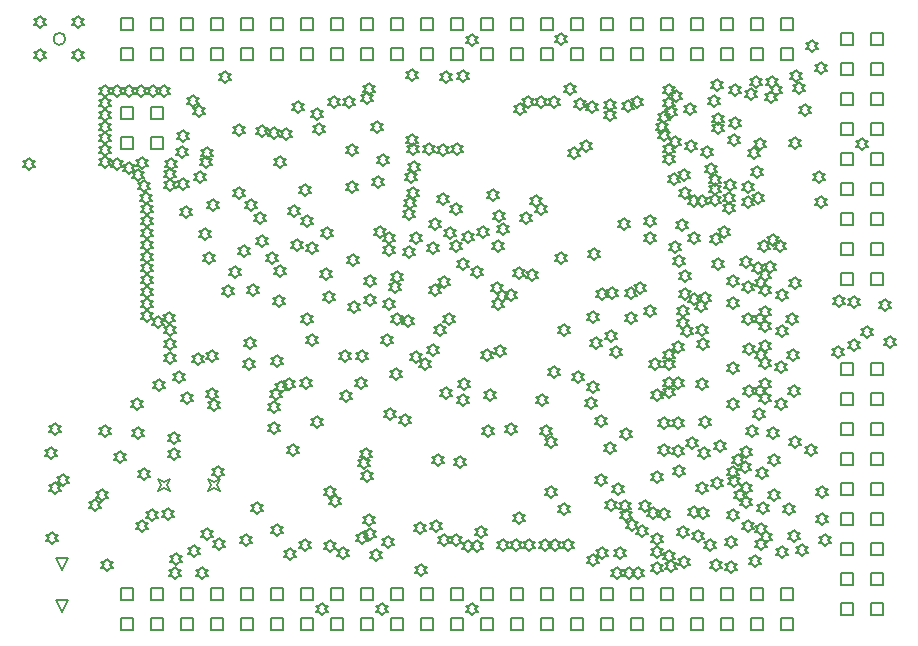
<source format=gbr>
%TF.GenerationSoftware,Altium Limited,Altium Designer,21.9.2 (33)*%
G04 Layer_Color=2752767*
%FSLAX45Y45*%
%MOMM*%
%TF.SameCoordinates,7777544D-92F5-45BF-99EE-D781317D7DBF*%
%TF.FilePolarity,Positive*%
%TF.FileFunction,Drawing*%
%TF.Part,Single*%
G01*
G75*
%TA.AperFunction,NonConductor*%
%ADD244C,0.12700*%
%ADD245C,0.16933*%
D244*
X8077200Y2298700D02*
Y2400300D01*
X8178800D01*
Y2298700D01*
X8077200D01*
Y2044700D02*
Y2146300D01*
X8178800D01*
Y2044700D01*
X8077200D01*
Y1790700D02*
Y1892300D01*
X8178800D01*
Y1790700D01*
X8077200D01*
Y1536700D02*
Y1638300D01*
X8178800D01*
Y1536700D01*
X8077200D01*
Y1282700D02*
Y1384300D01*
X8178800D01*
Y1282700D01*
X8077200D01*
Y1028700D02*
Y1130300D01*
X8178800D01*
Y1028700D01*
X8077200D01*
Y774700D02*
Y876300D01*
X8178800D01*
Y774700D01*
X8077200D01*
X8331200Y2298700D02*
Y2400300D01*
X8432800D01*
Y2298700D01*
X8331200D01*
Y2044700D02*
Y2146300D01*
X8432800D01*
Y2044700D01*
X8331200D01*
Y1790700D02*
Y1892300D01*
X8432800D01*
Y1790700D01*
X8331200D01*
Y1536700D02*
Y1638300D01*
X8432800D01*
Y1536700D01*
X8331200D01*
Y1282700D02*
Y1384300D01*
X8432800D01*
Y1282700D01*
X8331200D01*
Y1028700D02*
Y1130300D01*
X8432800D01*
Y1028700D01*
X8331200D01*
Y774700D02*
Y876300D01*
X8432800D01*
Y774700D01*
X8331200D01*
X8077200Y520700D02*
Y622300D01*
X8178800D01*
Y520700D01*
X8077200D01*
Y266700D02*
Y368300D01*
X8178800D01*
Y266700D01*
X8077200D01*
X8331200Y520700D02*
Y622300D01*
X8432800D01*
Y520700D01*
X8331200D01*
Y266700D02*
Y368300D01*
X8432800D01*
Y266700D01*
X8331200D01*
X8077200Y5092700D02*
Y5194300D01*
X8178800D01*
Y5092700D01*
X8077200D01*
Y4838700D02*
Y4940300D01*
X8178800D01*
Y4838700D01*
X8077200D01*
Y4584700D02*
Y4686300D01*
X8178800D01*
Y4584700D01*
X8077200D01*
Y4330700D02*
Y4432300D01*
X8178800D01*
Y4330700D01*
X8077200D01*
Y4076700D02*
Y4178300D01*
X8178800D01*
Y4076700D01*
X8077200D01*
Y3822700D02*
Y3924300D01*
X8178800D01*
Y3822700D01*
X8077200D01*
Y3568700D02*
Y3670300D01*
X8178800D01*
Y3568700D01*
X8077200D01*
X8331200Y5092700D02*
Y5194300D01*
X8432800D01*
Y5092700D01*
X8331200D01*
Y4838700D02*
Y4940300D01*
X8432800D01*
Y4838700D01*
X8331200D01*
Y4584700D02*
Y4686300D01*
X8432800D01*
Y4584700D01*
X8331200D01*
Y4330700D02*
Y4432300D01*
X8432800D01*
Y4330700D01*
X8331200D01*
Y4076700D02*
Y4178300D01*
X8432800D01*
Y4076700D01*
X8331200D01*
Y3822700D02*
Y3924300D01*
X8432800D01*
Y3822700D01*
X8331200D01*
Y3568700D02*
Y3670300D01*
X8432800D01*
Y3568700D01*
X8331200D01*
X8077200Y3314700D02*
Y3416300D01*
X8178800D01*
Y3314700D01*
X8077200D01*
Y3060700D02*
Y3162300D01*
X8178800D01*
Y3060700D01*
X8077200D01*
X8331200Y3314700D02*
Y3416300D01*
X8432800D01*
Y3314700D01*
X8331200D01*
Y3060700D02*
Y3162300D01*
X8432800D01*
Y3060700D01*
X8331200D01*
X7569200Y393700D02*
Y495300D01*
X7670800D01*
Y393700D01*
X7569200D01*
X7315200D02*
Y495300D01*
X7416800D01*
Y393700D01*
X7315200D01*
X7061200D02*
Y495300D01*
X7162800D01*
Y393700D01*
X7061200D01*
X6807200D02*
Y495300D01*
X6908800D01*
Y393700D01*
X6807200D01*
X6553200D02*
Y495300D01*
X6654800D01*
Y393700D01*
X6553200D01*
X6299200D02*
Y495300D01*
X6400800D01*
Y393700D01*
X6299200D01*
X6045200D02*
Y495300D01*
X6146800D01*
Y393700D01*
X6045200D01*
X5791200D02*
Y495300D01*
X5892800D01*
Y393700D01*
X5791200D01*
X5537200D02*
Y495300D01*
X5638800D01*
Y393700D01*
X5537200D01*
X5283200D02*
Y495300D01*
X5384800D01*
Y393700D01*
X5283200D01*
X5029200D02*
Y495300D01*
X5130800D01*
Y393700D01*
X5029200D01*
X4775200D02*
Y495300D01*
X4876800D01*
Y393700D01*
X4775200D01*
X4521200D02*
Y495300D01*
X4622800D01*
Y393700D01*
X4521200D01*
X4267200D02*
Y495300D01*
X4368800D01*
Y393700D01*
X4267200D01*
X4013200D02*
Y495300D01*
X4114800D01*
Y393700D01*
X4013200D01*
X3759200D02*
Y495300D01*
X3860800D01*
Y393700D01*
X3759200D01*
X3505200D02*
Y495300D01*
X3606800D01*
Y393700D01*
X3505200D01*
X3251200D02*
Y495300D01*
X3352800D01*
Y393700D01*
X3251200D01*
X2997200D02*
Y495300D01*
X3098800D01*
Y393700D01*
X2997200D01*
X2743200D02*
Y495300D01*
X2844800D01*
Y393700D01*
X2743200D01*
X2489200D02*
Y495300D01*
X2590800D01*
Y393700D01*
X2489200D01*
X2235200D02*
Y495300D01*
X2336800D01*
Y393700D01*
X2235200D01*
X1981200D02*
Y495300D01*
X2082800D01*
Y393700D01*
X1981200D01*
X7569200Y139700D02*
Y241300D01*
X7670800D01*
Y139700D01*
X7569200D01*
X7315200D02*
Y241300D01*
X7416800D01*
Y139700D01*
X7315200D01*
X7061200D02*
Y241300D01*
X7162800D01*
Y139700D01*
X7061200D01*
X6807200D02*
Y241300D01*
X6908800D01*
Y139700D01*
X6807200D01*
X6553200D02*
Y241300D01*
X6654800D01*
Y139700D01*
X6553200D01*
X6299200D02*
Y241300D01*
X6400800D01*
Y139700D01*
X6299200D01*
X6045200D02*
Y241300D01*
X6146800D01*
Y139700D01*
X6045200D01*
X5791200D02*
Y241300D01*
X5892800D01*
Y139700D01*
X5791200D01*
X5537200D02*
Y241300D01*
X5638800D01*
Y139700D01*
X5537200D01*
X5283200D02*
Y241300D01*
X5384800D01*
Y139700D01*
X5283200D01*
X5029200D02*
Y241300D01*
X5130800D01*
Y139700D01*
X5029200D01*
X4775200D02*
Y241300D01*
X4876800D01*
Y139700D01*
X4775200D01*
X4521200D02*
Y241300D01*
X4622800D01*
Y139700D01*
X4521200D01*
X4267200D02*
Y241300D01*
X4368800D01*
Y139700D01*
X4267200D01*
X4013200D02*
Y241300D01*
X4114800D01*
Y139700D01*
X4013200D01*
X3759200D02*
Y241300D01*
X3860800D01*
Y139700D01*
X3759200D01*
X3505200D02*
Y241300D01*
X3606800D01*
Y139700D01*
X3505200D01*
X3251200D02*
Y241300D01*
X3352800D01*
Y139700D01*
X3251200D01*
X2997200D02*
Y241300D01*
X3098800D01*
Y139700D01*
X2997200D01*
X2743200D02*
Y241300D01*
X2844800D01*
Y139700D01*
X2743200D01*
X2489200D02*
Y241300D01*
X2590800D01*
Y139700D01*
X2489200D01*
X2235200D02*
Y241300D01*
X2336800D01*
Y139700D01*
X2235200D01*
X1981200D02*
Y241300D01*
X2082800D01*
Y139700D01*
X1981200D01*
X7569200Y5219700D02*
Y5321300D01*
X7670800D01*
Y5219700D01*
X7569200D01*
X7315200D02*
Y5321300D01*
X7416800D01*
Y5219700D01*
X7315200D01*
X7061200D02*
Y5321300D01*
X7162800D01*
Y5219700D01*
X7061200D01*
X6807200D02*
Y5321300D01*
X6908800D01*
Y5219700D01*
X6807200D01*
X6553200D02*
Y5321300D01*
X6654800D01*
Y5219700D01*
X6553200D01*
X6299200D02*
Y5321300D01*
X6400800D01*
Y5219700D01*
X6299200D01*
X6045200D02*
Y5321300D01*
X6146800D01*
Y5219700D01*
X6045200D01*
X5791200D02*
Y5321300D01*
X5892800D01*
Y5219700D01*
X5791200D01*
X5537200D02*
Y5321300D01*
X5638800D01*
Y5219700D01*
X5537200D01*
X5283200D02*
Y5321300D01*
X5384800D01*
Y5219700D01*
X5283200D01*
X5029200D02*
Y5321300D01*
X5130800D01*
Y5219700D01*
X5029200D01*
X4775200D02*
Y5321300D01*
X4876800D01*
Y5219700D01*
X4775200D01*
X4521200D02*
Y5321300D01*
X4622800D01*
Y5219700D01*
X4521200D01*
X4267200D02*
Y5321300D01*
X4368800D01*
Y5219700D01*
X4267200D01*
X4013200D02*
Y5321300D01*
X4114800D01*
Y5219700D01*
X4013200D01*
X3759200D02*
Y5321300D01*
X3860800D01*
Y5219700D01*
X3759200D01*
X3505200D02*
Y5321300D01*
X3606800D01*
Y5219700D01*
X3505200D01*
X3251200D02*
Y5321300D01*
X3352800D01*
Y5219700D01*
X3251200D01*
X2997200D02*
Y5321300D01*
X3098800D01*
Y5219700D01*
X2997200D01*
X2743200D02*
Y5321300D01*
X2844800D01*
Y5219700D01*
X2743200D01*
X2489200D02*
Y5321300D01*
X2590800D01*
Y5219700D01*
X2489200D01*
X2235200D02*
Y5321300D01*
X2336800D01*
Y5219700D01*
X2235200D01*
X1981200D02*
Y5321300D01*
X2082800D01*
Y5219700D01*
X1981200D01*
X7569200Y4965700D02*
Y5067300D01*
X7670800D01*
Y4965700D01*
X7569200D01*
X7315200D02*
Y5067300D01*
X7416800D01*
Y4965700D01*
X7315200D01*
X7061200D02*
Y5067300D01*
X7162800D01*
Y4965700D01*
X7061200D01*
X6807200D02*
Y5067300D01*
X6908800D01*
Y4965700D01*
X6807200D01*
X6553200D02*
Y5067300D01*
X6654800D01*
Y4965700D01*
X6553200D01*
X6299200D02*
Y5067300D01*
X6400800D01*
Y4965700D01*
X6299200D01*
X6045200D02*
Y5067300D01*
X6146800D01*
Y4965700D01*
X6045200D01*
X5791200D02*
Y5067300D01*
X5892800D01*
Y4965700D01*
X5791200D01*
X5537200D02*
Y5067300D01*
X5638800D01*
Y4965700D01*
X5537200D01*
X5283200D02*
Y5067300D01*
X5384800D01*
Y4965700D01*
X5283200D01*
X5029200D02*
Y5067300D01*
X5130800D01*
Y4965700D01*
X5029200D01*
X4775200D02*
Y5067300D01*
X4876800D01*
Y4965700D01*
X4775200D01*
X4521200D02*
Y5067300D01*
X4622800D01*
Y4965700D01*
X4521200D01*
X4267200D02*
Y5067300D01*
X4368800D01*
Y4965700D01*
X4267200D01*
X4013200D02*
Y5067300D01*
X4114800D01*
Y4965700D01*
X4013200D01*
X3759200D02*
Y5067300D01*
X3860800D01*
Y4965700D01*
X3759200D01*
X3505200D02*
Y5067300D01*
X3606800D01*
Y4965700D01*
X3505200D01*
X3251200D02*
Y5067300D01*
X3352800D01*
Y4965700D01*
X3251200D01*
X2997200D02*
Y5067300D01*
X3098800D01*
Y4965700D01*
X2997200D01*
X2743200D02*
Y5067300D01*
X2844800D01*
Y4965700D01*
X2743200D01*
X2489200D02*
Y5067300D01*
X2590800D01*
Y4965700D01*
X2489200D01*
X2235200D02*
Y5067300D01*
X2336800D01*
Y4965700D01*
X2235200D01*
X1981200D02*
Y5067300D01*
X2082800D01*
Y4965700D01*
X1981200D01*
Y4461600D02*
Y4563200D01*
X2082800D01*
Y4461600D01*
X1981200D01*
X2235200D02*
Y4563200D01*
X2336800D01*
Y4461600D01*
X2235200D01*
X1981200Y4207600D02*
Y4309200D01*
X2082800D01*
Y4207600D01*
X1981200D01*
X2235200D02*
Y4309200D01*
X2336800D01*
Y4207600D01*
X2235200D01*
X1480000Y294200D02*
X1429200Y395800D01*
X1530800D01*
X1480000Y294200D01*
Y644200D02*
X1429200Y745800D01*
X1530800D01*
X1480000Y644200D01*
X7920000Y1259200D02*
X7945400Y1284600D01*
X7970800D01*
X7945400Y1310000D01*
X7970800Y1335400D01*
X7945400D01*
X7920000Y1360800D01*
X7894600Y1335400D01*
X7869200D01*
X7894600Y1310000D01*
X7869200Y1284600D01*
X7894600D01*
X7920000Y1259200D01*
X6619936Y2418993D02*
X6645336Y2444393D01*
X6670736D01*
X6645336Y2469793D01*
X6670736Y2495193D01*
X6645336D01*
X6619936Y2520593D01*
X6594536Y2495193D01*
X6569136D01*
X6594536Y2469793D01*
X6569136Y2444393D01*
X6594536D01*
X6619936Y2418993D01*
X7163109Y1425562D02*
X7188509Y1450962D01*
X7213909D01*
X7188509Y1476362D01*
X7213909Y1501762D01*
X7188509D01*
X7163109Y1527162D01*
X7137709Y1501762D01*
X7112309D01*
X7137709Y1476362D01*
X7112309Y1450962D01*
X7137709D01*
X7163109Y1425562D01*
X7207737Y1530708D02*
X7233137Y1556108D01*
X7258537D01*
X7233137Y1581508D01*
X7258537Y1606908D01*
X7233137D01*
X7207737Y1632308D01*
X7182337Y1606908D01*
X7156937D01*
X7182337Y1581508D01*
X7156937Y1556108D01*
X7182337D01*
X7207737Y1530708D01*
X7173751Y1350098D02*
X7199151Y1375498D01*
X7224551D01*
X7199151Y1400898D01*
X7224551Y1426298D01*
X7199151D01*
X7173751Y1451698D01*
X7148351Y1426298D01*
X7122951D01*
X7148351Y1400898D01*
X7122951Y1375498D01*
X7148351D01*
X7173751Y1350098D01*
X6620000Y4159200D02*
X6645400Y4184600D01*
X6670800D01*
X6645400Y4210000D01*
X6670800Y4235400D01*
X6645400D01*
X6620000Y4260800D01*
X6594600Y4235400D01*
X6569200D01*
X6594600Y4210000D01*
X6569200Y4184600D01*
X6594600D01*
X6620000Y4159200D01*
X7390000Y2719200D02*
X7415400Y2744600D01*
X7440800D01*
X7415400Y2770000D01*
X7440800Y2795400D01*
X7415400D01*
X7390000Y2820800D01*
X7364600Y2795400D01*
X7339200D01*
X7364600Y2770000D01*
X7339200Y2744600D01*
X7364600D01*
X7390000Y2719200D01*
X6758477Y3081700D02*
X6783877Y3107100D01*
X6809277D01*
X6783877Y3132500D01*
X6809277Y3157900D01*
X6783877D01*
X6758477Y3183300D01*
X6733077Y3157900D01*
X6707677D01*
X6733077Y3132500D01*
X6707677Y3107100D01*
X6733077D01*
X6758477Y3081700D01*
X4177817Y3461527D02*
X4203217Y3486927D01*
X4228617D01*
X4203217Y3512327D01*
X4228617Y3537727D01*
X4203217D01*
X4177817Y3563127D01*
X4152417Y3537727D01*
X4127017D01*
X4152417Y3512327D01*
X4127017Y3486927D01*
X4152417D01*
X4177817Y3461527D01*
X6260000Y1059200D02*
X6285400Y1084600D01*
X6310800D01*
X6285400Y1110000D01*
X6310800Y1135400D01*
X6285400D01*
X6260000Y1160800D01*
X6234600Y1135400D01*
X6209200D01*
X6234600Y1110000D01*
X6209200Y1084600D01*
X6234600D01*
X6260000Y1059200D01*
X5780000Y4669964D02*
X5805400Y4695364D01*
X5830800D01*
X5805400Y4720764D01*
X5830800Y4746164D01*
X5805400D01*
X5780000Y4771564D01*
X5754600Y4746164D01*
X5729200D01*
X5754600Y4720764D01*
X5729200Y4695364D01*
X5754600D01*
X5780000Y4669964D01*
X3940000Y4149200D02*
X3965400Y4174600D01*
X3990800D01*
X3965400Y4200000D01*
X3990800Y4225400D01*
X3965400D01*
X3940000Y4250800D01*
X3914600Y4225400D01*
X3889200D01*
X3914600Y4200000D01*
X3889200Y4174600D01*
X3914600D01*
X3940000Y4149200D01*
Y3839200D02*
X3965400Y3864600D01*
X3990800D01*
X3965400Y3890000D01*
X3990800Y3915400D01*
X3965400D01*
X3940000Y3940800D01*
X3914600Y3915400D01*
X3889200D01*
X3914600Y3890000D01*
X3889200Y3864600D01*
X3914600D01*
X3940000Y3839200D01*
X3950000Y3219200D02*
X3975400Y3244600D01*
X4000800D01*
X3975400Y3270000D01*
X4000800Y3295400D01*
X3975400D01*
X3950000Y3320800D01*
X3924600Y3295400D01*
X3899200D01*
X3924600Y3270000D01*
X3899200Y3244600D01*
X3924600D01*
X3950000Y3219200D01*
X3952139Y2819763D02*
X3977539Y2845163D01*
X4002939D01*
X3977539Y2870563D01*
X4002939Y2895963D01*
X3977539D01*
X3952139Y2921363D01*
X3926739Y2895963D01*
X3901339D01*
X3926739Y2870563D01*
X3901339Y2845163D01*
X3926739D01*
X3952139Y2819763D01*
X5465089Y3095465D02*
X5490489Y3120865D01*
X5515889D01*
X5490489Y3146265D01*
X5515889Y3171665D01*
X5490489D01*
X5465089Y3197065D01*
X5439689Y3171665D01*
X5414289D01*
X5439689Y3146265D01*
X5414289Y3120865D01*
X5439689D01*
X5465089Y3095465D01*
X5990000Y3269200D02*
X6015400Y3294600D01*
X6040800D01*
X6015400Y3320000D01*
X6040800Y3345400D01*
X6015400D01*
X5990000Y3370800D01*
X5964600Y3345400D01*
X5939200D01*
X5964600Y3320000D01*
X5939200Y3294600D01*
X5964600D01*
X5990000Y3269200D01*
X6240000Y3529200D02*
X6265400Y3554600D01*
X6290800D01*
X6265400Y3580000D01*
X6290800Y3605400D01*
X6265400D01*
X6240000Y3630800D01*
X6214600Y3605400D01*
X6189200D01*
X6214600Y3580000D01*
X6189200Y3554600D01*
X6214600D01*
X6240000Y3529200D01*
X7160000Y2859200D02*
X7185400Y2884600D01*
X7210800D01*
X7185400Y2910000D01*
X7210800Y2935400D01*
X7185400D01*
X7160000Y2960800D01*
X7134600Y2935400D01*
X7109200D01*
X7134600Y2910000D01*
X7109200Y2884600D01*
X7134600D01*
X7160000Y2859200D01*
X3890000Y2069200D02*
X3915400Y2094600D01*
X3940800D01*
X3915400Y2120000D01*
X3940800Y2145400D01*
X3915400D01*
X3890000Y2170800D01*
X3864600Y2145400D01*
X3839200D01*
X3864600Y2120000D01*
X3839200Y2094600D01*
X3864600D01*
X3890000Y2069200D01*
X5626454Y1681647D02*
X5651854Y1707047D01*
X5677254D01*
X5651854Y1732447D01*
X5677254Y1757847D01*
X5651854D01*
X5626454Y1783247D01*
X5601054Y1757847D01*
X5575654D01*
X5601054Y1732447D01*
X5575654Y1707047D01*
X5601054D01*
X5626454Y1681647D01*
X3640000Y1849200D02*
X3665400Y1874600D01*
X3690800D01*
X3665400Y1900000D01*
X3690800Y1925400D01*
X3665400D01*
X3640000Y1950800D01*
X3614600Y1925400D01*
X3589200D01*
X3614600Y1900000D01*
X3589200Y1874600D01*
X3614600D01*
X3640000Y1849200D01*
X4064315Y1388865D02*
X4089715Y1414265D01*
X4115115D01*
X4089715Y1439665D01*
X4115115Y1465065D01*
X4089715D01*
X4064315Y1490465D01*
X4038915Y1465065D01*
X4013515D01*
X4038915Y1439665D01*
X4013515Y1414265D01*
X4038915D01*
X4064315Y1388865D01*
X1860000Y639200D02*
X1885400Y664600D01*
X1910800D01*
X1885400Y690000D01*
X1910800Y715400D01*
X1885400D01*
X1860000Y740800D01*
X1834600Y715400D01*
X1809200D01*
X1834600Y690000D01*
X1809200Y664600D01*
X1834600D01*
X1860000Y639200D01*
X3303372Y933731D02*
X3328772Y959131D01*
X3354172D01*
X3328772Y984531D01*
X3354172Y1009931D01*
X3328772D01*
X3303372Y1035331D01*
X3277972Y1009931D01*
X3252572D01*
X3277972Y984531D01*
X3252572Y959131D01*
X3277972D01*
X3303372Y933731D01*
X3750000Y799200D02*
X3775400Y824600D01*
X3800800D01*
X3775400Y850000D01*
X3800800Y875400D01*
X3775400D01*
X3750000Y900800D01*
X3724600Y875400D01*
X3699200D01*
X3724600Y850000D01*
X3699200Y824600D01*
X3724600D01*
X3750000Y799200D01*
X4240000Y829200D02*
X4265400Y854600D01*
X4290800D01*
X4265400Y880000D01*
X4290800Y905400D01*
X4265400D01*
X4240000Y930800D01*
X4214600Y905400D01*
X4189200D01*
X4214600Y880000D01*
X4189200Y854600D01*
X4214600D01*
X4240000Y829200D01*
X6043958Y1354686D02*
X6069358Y1380086D01*
X6094758D01*
X6069358Y1405486D01*
X6094758Y1430886D01*
X6069358D01*
X6043958Y1456286D01*
X6018558Y1430886D01*
X5993158D01*
X6018558Y1405486D01*
X5993158Y1380086D01*
X6018558D01*
X6043958Y1354686D01*
X6520000Y2079200D02*
X6545400Y2104600D01*
X6570800D01*
X6545400Y2130000D01*
X6570800Y2155400D01*
X6545400D01*
X6520000Y2180800D01*
X6494600Y2155400D01*
X6469200D01*
X6494600Y2130000D01*
X6469200Y2104600D01*
X6494600D01*
X6520000Y2079200D01*
X6049229Y1861078D02*
X6074629Y1886478D01*
X6100029D01*
X6074629Y1911878D01*
X6100029Y1937278D01*
X6074629D01*
X6049229Y1962678D01*
X6023829Y1937278D01*
X5998429D01*
X6023829Y1911878D01*
X5998429Y1886478D01*
X6023829D01*
X6049229Y1861078D01*
X6120000Y1629200D02*
X6145400Y1654600D01*
X6170800D01*
X6145400Y1680000D01*
X6170800Y1705400D01*
X6145400D01*
X6120000Y1730800D01*
X6094600Y1705400D01*
X6069200D01*
X6094600Y1680000D01*
X6069200Y1654600D01*
X6094600D01*
X6120000Y1629200D01*
X5980000Y679200D02*
X6005400Y704600D01*
X6030800D01*
X6005400Y730000D01*
X6030800Y755400D01*
X6005400D01*
X5980000Y780800D01*
X5954600Y755400D01*
X5929200D01*
X5954600Y730000D01*
X5929200Y704600D01*
X5954600D01*
X5980000Y679200D01*
X6310000Y979200D02*
X6335400Y1004600D01*
X6360800D01*
X6335400Y1030000D01*
X6360800Y1055400D01*
X6335400D01*
X6310000Y1080800D01*
X6284600Y1055400D01*
X6259200D01*
X6284600Y1030000D01*
X6259200Y1004600D01*
X6284600D01*
X6310000Y979200D01*
X6490000Y1079200D02*
X6515400Y1104600D01*
X6540800D01*
X6515400Y1130000D01*
X6540800Y1155400D01*
X6515400D01*
X6490000Y1180800D01*
X6464600Y1155400D01*
X6439200D01*
X6464600Y1130000D01*
X6439200Y1104600D01*
X6464600D01*
X6490000Y1079200D01*
X7750000Y769200D02*
X7775400Y794600D01*
X7800800D01*
X7775400Y820000D01*
X7800800Y845400D01*
X7775400D01*
X7750000Y870800D01*
X7724600Y845400D01*
X7699200D01*
X7724600Y820000D01*
X7699200Y794600D01*
X7724600D01*
X7750000Y769200D01*
X7500000Y1759200D02*
X7525400Y1784600D01*
X7550800D01*
X7525400Y1810000D01*
X7550800Y1835400D01*
X7525400D01*
X7500000Y1860800D01*
X7474600Y1835400D01*
X7449200D01*
X7474600Y1810000D01*
X7449200Y1784600D01*
X7474600D01*
X7500000Y1759200D01*
X6170000Y2439200D02*
X6195400Y2464600D01*
X6220800D01*
X6195400Y2490000D01*
X6220800Y2515400D01*
X6195400D01*
X6170000Y2540800D01*
X6144600Y2515400D01*
X6119200D01*
X6144600Y2490000D01*
X6119200Y2464600D01*
X6144600D01*
X6170000Y2439200D01*
X5980000Y2149200D02*
X6005400Y2174600D01*
X6030800D01*
X6005400Y2200000D01*
X6030800Y2225400D01*
X6005400D01*
X5980000Y2250800D01*
X5954600Y2225400D01*
X5929200D01*
X5954600Y2200000D01*
X5929200Y2174600D01*
X5954600D01*
X5980000Y2149200D01*
X6380000Y2979200D02*
X6405400Y3004600D01*
X6430800D01*
X6405400Y3030000D01*
X6430800Y3055400D01*
X6405400D01*
X6380000Y3080800D01*
X6354600Y3055400D01*
X6329200D01*
X6354600Y3030000D01*
X6329200Y3004600D01*
X6354600D01*
X6380000Y2979200D01*
X7374515Y3744471D02*
X7399915Y3769871D01*
X7425315D01*
X7399915Y3795271D01*
X7425315Y3820671D01*
X7399915D01*
X7374515Y3846071D01*
X7349115Y3820671D01*
X7323715D01*
X7349115Y3795271D01*
X7323715Y3769871D01*
X7349115D01*
X7374515Y3744471D01*
X8490000Y2529200D02*
X8515400Y2554600D01*
X8540800D01*
X8515400Y2580000D01*
X8540800Y2605400D01*
X8515400D01*
X8490000Y2630800D01*
X8464600Y2605400D01*
X8439200D01*
X8464600Y2580000D01*
X8439200Y2554600D01*
X8464600D01*
X8490000Y2529200D01*
X7090000Y3459200D02*
X7115400Y3484600D01*
X7140800D01*
X7115400Y3510000D01*
X7140800Y3535400D01*
X7115400D01*
X7090000Y3560800D01*
X7064600Y3535400D01*
X7039200D01*
X7064600Y3510000D01*
X7039200Y3484600D01*
X7064600D01*
X7090000Y3459200D01*
X7500000Y3389200D02*
X7525400Y3414600D01*
X7550800D01*
X7525400Y3440000D01*
X7550800Y3465400D01*
X7525400D01*
X7500000Y3490800D01*
X7474600Y3465400D01*
X7449200D01*
X7474600Y3440000D01*
X7449200Y3414600D01*
X7474600D01*
X7500000Y3389200D01*
X6945854Y4136291D02*
X6971254Y4161691D01*
X6996654D01*
X6971254Y4187091D01*
X6996654Y4212491D01*
X6971254D01*
X6945854Y4237891D01*
X6920454Y4212491D01*
X6895054D01*
X6920454Y4187091D01*
X6895054Y4161691D01*
X6920454D01*
X6945854Y4136291D01*
X7700000Y4779200D02*
X7725400Y4804600D01*
X7750800D01*
X7725400Y4830000D01*
X7750800Y4855400D01*
X7725400D01*
X7700000Y4880800D01*
X7674600Y4855400D01*
X7649200D01*
X7674600Y4830000D01*
X7649200Y4804600D01*
X7674600D01*
X7700000Y4779200D01*
X6278713Y4525747D02*
X6304113Y4551147D01*
X6329513D01*
X6304113Y4576547D01*
X6329513Y4601947D01*
X6304113D01*
X6278713Y4627347D01*
X6253313Y4601947D01*
X6227913D01*
X6253313Y4576547D01*
X6227913Y4551147D01*
X6253313D01*
X6278713Y4525747D01*
X4880000Y4779200D02*
X4905400Y4804600D01*
X4930800D01*
X4905400Y4830000D01*
X4930800Y4855400D01*
X4905400D01*
X4880000Y4880800D01*
X4854600Y4855400D01*
X4829200D01*
X4854600Y4830000D01*
X4829200Y4804600D01*
X4854600D01*
X4880000Y4779200D01*
X1200000Y4029200D02*
X1225400Y4054600D01*
X1250800D01*
X1225400Y4080000D01*
X1250800Y4105400D01*
X1225400D01*
X1200000Y4130800D01*
X1174600Y4105400D01*
X1149200D01*
X1174600Y4080000D01*
X1149200Y4054600D01*
X1174600D01*
X1200000Y4029200D01*
X2860000Y4769200D02*
X2885400Y4794600D01*
X2910800D01*
X2885400Y4820000D01*
X2910800Y4845400D01*
X2885400D01*
X2860000Y4870800D01*
X2834600Y4845400D01*
X2809200D01*
X2834600Y4820000D01*
X2809200Y4794600D01*
X2834600D01*
X2860000Y4769200D01*
X5360000Y4499200D02*
X5385400Y4524600D01*
X5410800D01*
X5385400Y4550000D01*
X5410800Y4575400D01*
X5385400D01*
X5360000Y4600800D01*
X5334600Y4575400D01*
X5309200D01*
X5334600Y4550000D01*
X5309200Y4524600D01*
X5334600D01*
X5360000Y4499200D01*
X4730000Y4769200D02*
X4755400Y4794600D01*
X4780800D01*
X4755400Y4820000D01*
X4780800Y4845400D01*
X4755400D01*
X4730000Y4870800D01*
X4704600Y4845400D01*
X4679200D01*
X4704600Y4820000D01*
X4679200Y4794600D01*
X4704600D01*
X4730000Y4769200D01*
X3480000Y4519200D02*
X3505400Y4544600D01*
X3530800D01*
X3505400Y4570000D01*
X3530800Y4595400D01*
X3505400D01*
X3480000Y4620800D01*
X3454600Y4595400D01*
X3429200D01*
X3454600Y4570000D01*
X3429200Y4544600D01*
X3454600D01*
X3480000Y4519200D01*
X4140000Y719200D02*
X4165400Y744600D01*
X4190800D01*
X4165400Y770000D01*
X4190800Y795400D01*
X4165400D01*
X4140000Y820800D01*
X4114600Y795400D01*
X4089200D01*
X4114600Y770000D01*
X4089200Y744600D01*
X4114600D01*
X4140000Y719200D01*
X4090000Y901701D02*
X4115400Y927101D01*
X4140800D01*
X4115400Y952501D01*
X4140800Y977901D01*
X4115400D01*
X4090000Y1003301D01*
X4064600Y977901D01*
X4039200D01*
X4064600Y952501D01*
X4039200Y927101D01*
X4064600D01*
X4090000Y901701D01*
X7820062Y1613508D02*
X7845462Y1638908D01*
X7870862D01*
X7845462Y1664308D01*
X7870862Y1689708D01*
X7845462D01*
X7820062Y1715108D01*
X7794662Y1689708D01*
X7769262D01*
X7794662Y1664308D01*
X7769262Y1638908D01*
X7794662D01*
X7820062Y1613508D01*
X5820000Y4129200D02*
X5845400Y4154600D01*
X5870800D01*
X5845400Y4180000D01*
X5870800Y4205400D01*
X5845400D01*
X5820000Y4230800D01*
X5794600Y4205400D01*
X5769200D01*
X5794600Y4180000D01*
X5769200Y4154600D01*
X5794600D01*
X5820000Y4129200D01*
X5920000Y4189200D02*
X5945400Y4214600D01*
X5970800D01*
X5945400Y4240000D01*
X5970800Y4265400D01*
X5945400D01*
X5920000Y4290800D01*
X5894600Y4265400D01*
X5869200D01*
X5894600Y4240000D01*
X5869200Y4214600D01*
X5894600D01*
X5920000Y4189200D01*
X4827498Y4161702D02*
X4852898Y4187102D01*
X4878298D01*
X4852898Y4212502D01*
X4878298Y4237902D01*
X4852898D01*
X4827498Y4263302D01*
X4802098Y4237902D01*
X4776698D01*
X4802098Y4212502D01*
X4776698Y4187102D01*
X4802098D01*
X4827498Y4161702D01*
X7940000Y849200D02*
X7965400Y874600D01*
X7990800D01*
X7965400Y900000D01*
X7990800Y925400D01*
X7965400D01*
X7940000Y950800D01*
X7914600Y925400D01*
X7889200D01*
X7914600Y900000D01*
X7889200Y874600D01*
X7914600D01*
X7940000Y849200D01*
X7690000Y1679200D02*
X7715400Y1704600D01*
X7740800D01*
X7715400Y1730000D01*
X7740800Y1755400D01*
X7715400D01*
X7690000Y1780800D01*
X7664600Y1755400D01*
X7639200D01*
X7664600Y1730000D01*
X7639200Y1704600D01*
X7664600D01*
X7690000Y1679200D01*
X7039944Y3187275D02*
X7065344Y3212675D01*
X7090744D01*
X7065344Y3238075D01*
X7090744Y3263475D01*
X7065344D01*
X7039944Y3288875D01*
X7014544Y3263475D01*
X6989144D01*
X7014544Y3238075D01*
X6989144Y3212675D01*
X7014544D01*
X7039944Y3187275D01*
X3880000Y2409200D02*
X3905400Y2434600D01*
X3930800D01*
X3905400Y2460000D01*
X3930800Y2485400D01*
X3905400D01*
X3880000Y2510800D01*
X3854600Y2485400D01*
X3829200D01*
X3854600Y2460000D01*
X3829200Y2434600D01*
X3854600D01*
X3880000Y2409200D01*
X4020000D02*
X4045400Y2434600D01*
X4070800D01*
X4045400Y2460000D01*
X4070800Y2485400D01*
X4045400D01*
X4020000Y2510800D01*
X3994600Y2485400D01*
X3969200D01*
X3994600Y2460000D01*
X3969200Y2434600D01*
X3994600D01*
X4020000Y2409200D01*
X6420000Y1139200D02*
X6445400Y1164600D01*
X6470800D01*
X6445400Y1190000D01*
X6470800Y1215400D01*
X6445400D01*
X6420000Y1240800D01*
X6394600Y1215400D01*
X6369200D01*
X6394600Y1190000D01*
X6369200Y1164600D01*
X6394600D01*
X6420000Y1139200D01*
X4510658Y949858D02*
X4536058Y975258D01*
X4561458D01*
X4536058Y1000658D01*
X4561458Y1026058D01*
X4536058D01*
X4510658Y1051458D01*
X4485258Y1026058D01*
X4459858D01*
X4485258Y1000658D01*
X4459858Y975258D01*
X4485258D01*
X4510658Y949858D01*
X4260000Y1919200D02*
X4285400Y1944600D01*
X4310800D01*
X4285400Y1970000D01*
X4310800Y1995400D01*
X4285400D01*
X4260000Y2020800D01*
X4234600Y1995400D01*
X4209200D01*
X4234600Y1970000D01*
X4209200Y1944600D01*
X4234600D01*
X4260000Y1919200D01*
X7480000Y3159200D02*
X7505400Y3184600D01*
X7530800D01*
X7505400Y3210000D01*
X7530800Y3235400D01*
X7505400D01*
X7480000Y3260800D01*
X7454600Y3235400D01*
X7429200D01*
X7454600Y3210000D01*
X7429200Y3184600D01*
X7454600D01*
X7480000Y3159200D01*
X7437733Y3094023D02*
X7463133Y3119423D01*
X7488533D01*
X7463133Y3144823D01*
X7488533Y3170223D01*
X7463133D01*
X7437733Y3195623D01*
X7412333Y3170223D01*
X7386933D01*
X7412333Y3144823D01*
X7386933Y3119423D01*
X7412333D01*
X7437733Y3094023D01*
X7400004Y3029204D02*
X7425404Y3054604D01*
X7450804D01*
X7425404Y3080004D01*
X7450804Y3105404D01*
X7425404D01*
X7400004Y3130804D01*
X7374604Y3105404D01*
X7349204D01*
X7374604Y3080004D01*
X7349204Y3054604D01*
X7374604D01*
X7400004Y3029204D01*
X7910000Y4849200D02*
X7935400Y4874600D01*
X7960800D01*
X7935400Y4900000D01*
X7960800Y4925400D01*
X7935400D01*
X7910000Y4950800D01*
X7884600Y4925400D01*
X7859200D01*
X7884600Y4900000D01*
X7859200Y4874600D01*
X7884600D01*
X7910000Y4849200D01*
X7170000Y4239200D02*
X7195400Y4264600D01*
X7220800D01*
X7195400Y4290000D01*
X7220800Y4315400D01*
X7195400D01*
X7170000Y4340800D01*
X7144600Y4315400D01*
X7119200D01*
X7144600Y4290000D01*
X7119200Y4264600D01*
X7144600D01*
X7170000Y4239200D01*
X1620500Y5232700D02*
X1645900Y5258100D01*
X1671300D01*
X1645900Y5283500D01*
X1671300Y5308900D01*
X1645900D01*
X1620500Y5334300D01*
X1595100Y5308900D01*
X1569700D01*
X1595100Y5283500D01*
X1569700Y5258100D01*
X1595100D01*
X1620500Y5232700D01*
Y4952700D02*
X1645900Y4978100D01*
X1671300D01*
X1645900Y5003500D01*
X1671300Y5028900D01*
X1645900D01*
X1620500Y5054300D01*
X1595100Y5028900D01*
X1569700D01*
X1595100Y5003500D01*
X1569700Y4978100D01*
X1595100D01*
X1620500Y4952700D01*
X1300500D02*
X1325900Y4978100D01*
X1351300D01*
X1325900Y5003500D01*
X1351300Y5028900D01*
X1325900D01*
X1300500Y5054300D01*
X1275100Y5028900D01*
X1249700D01*
X1275100Y5003500D01*
X1249700Y4978100D01*
X1275100D01*
X1300500Y4952700D01*
Y5232700D02*
X1325900Y5258100D01*
X1351300D01*
X1325900Y5283500D01*
X1351300Y5308900D01*
X1325900D01*
X1300500Y5334300D01*
X1275100Y5308900D01*
X1249700D01*
X1275100Y5283500D01*
X1249700Y5258100D01*
X1275100D01*
X1300500Y5232700D01*
X6830000Y1089200D02*
X6855400Y1114600D01*
X6880800D01*
X6855400Y1140000D01*
X6880800Y1165400D01*
X6855400D01*
X6830000Y1190800D01*
X6804600Y1165400D01*
X6779200D01*
X6804600Y1140000D01*
X6779200Y1114600D01*
X6804600D01*
X6830000Y1089200D01*
X6743800Y916590D02*
X6769200Y941990D01*
X6794600D01*
X6769200Y967390D01*
X6794600Y992790D01*
X6769200D01*
X6743800Y1018190D01*
X6718400Y992790D01*
X6693000D01*
X6718400Y967390D01*
X6693000Y941990D01*
X6718400D01*
X6743800Y916590D01*
X6913831Y1076014D02*
X6939231Y1101414D01*
X6964631D01*
X6939231Y1126814D01*
X6964631Y1152214D01*
X6939231D01*
X6913831Y1177614D01*
X6888431Y1152214D01*
X6863031D01*
X6888431Y1126814D01*
X6863031Y1101414D01*
X6888431D01*
X6913831Y1076014D01*
X7912500Y3709382D02*
X7937900Y3734782D01*
X7963300D01*
X7937900Y3760182D01*
X7963300Y3785582D01*
X7937900D01*
X7912500Y3810982D01*
X7887100Y3785582D01*
X7861700D01*
X7887100Y3760182D01*
X7861700Y3734782D01*
X7887100D01*
X7912500Y3709382D01*
X8260000Y4199200D02*
X8285400Y4224600D01*
X8310800D01*
X8285400Y4250000D01*
X8310800Y4275400D01*
X8285400D01*
X8260000Y4300800D01*
X8234600Y4275400D01*
X8209200D01*
X8234600Y4250000D01*
X8209200Y4224600D01*
X8234600D01*
X8260000Y4199200D01*
X7691319Y4208799D02*
X7716719Y4234199D01*
X7742119D01*
X7716719Y4259599D01*
X7742119Y4284999D01*
X7716719D01*
X7691319Y4310399D01*
X7665919Y4284999D01*
X7640519D01*
X7665919Y4259599D01*
X7640519Y4234199D01*
X7665919D01*
X7691319Y4208799D01*
X7772455Y4490338D02*
X7797855Y4515738D01*
X7823255D01*
X7797855Y4541138D01*
X7823255Y4566538D01*
X7797855D01*
X7772455Y4591938D01*
X7747055Y4566538D01*
X7721655D01*
X7747055Y4541138D01*
X7721655Y4515738D01*
X7747055D01*
X7772455Y4490338D01*
X7720000Y4679200D02*
X7745400Y4704600D01*
X7770800D01*
X7745400Y4730000D01*
X7770800Y4755400D01*
X7745400D01*
X7720000Y4780800D01*
X7694600Y4755400D01*
X7669200D01*
X7694600Y4730000D01*
X7669200Y4704600D01*
X7694600D01*
X7720000Y4679200D01*
X6520000Y749200D02*
X6545400Y774600D01*
X6570800D01*
X6545400Y800000D01*
X6570800Y825400D01*
X6545400D01*
X6520000Y850800D01*
X6494600Y825400D01*
X6469200D01*
X6494600Y800000D01*
X6469200Y774600D01*
X6494600D01*
X6520000Y749200D01*
X6869578Y879641D02*
X6894978Y905041D01*
X6920378D01*
X6894978Y930441D01*
X6920378Y955841D01*
X6894978D01*
X6869578Y981241D01*
X6844178Y955841D01*
X6818778D01*
X6844178Y930441D01*
X6818778Y905041D01*
X6844178D01*
X6869578Y879641D01*
X6757517Y2929134D02*
X6782917Y2954534D01*
X6808317D01*
X6782917Y2979934D01*
X6808317Y3005334D01*
X6782917D01*
X6757517Y3030734D01*
X6732117Y3005334D01*
X6706717D01*
X6732117Y2979934D01*
X6706717Y2954534D01*
X6732117D01*
X6757517Y2929134D01*
X6830000Y2889200D02*
X6855400Y2914600D01*
X6880800D01*
X6855400Y2940000D01*
X6880800Y2965400D01*
X6855400D01*
X6830000Y2990800D01*
X6804600Y2965400D01*
X6779200D01*
X6804600Y2940000D01*
X6779200Y2914600D01*
X6804600D01*
X6830000Y2889200D01*
X6926944Y2896187D02*
X6952344Y2921587D01*
X6977744D01*
X6952344Y2946987D01*
X6977744Y2972387D01*
X6952344D01*
X6926944Y2997787D01*
X6901544Y2972387D01*
X6876144D01*
X6901544Y2946987D01*
X6876144Y2921587D01*
X6901544D01*
X6926944Y2896187D01*
X6892467Y2829582D02*
X6917867Y2854982D01*
X6943267D01*
X6917867Y2880382D01*
X6943267Y2905782D01*
X6917867D01*
X6892467Y2931182D01*
X6867067Y2905782D01*
X6841667D01*
X6867067Y2880382D01*
X6841667Y2854982D01*
X6867067D01*
X6892467Y2829582D01*
X6816210Y1671734D02*
X6841610Y1697134D01*
X6867010D01*
X6841610Y1722534D01*
X6867010Y1747934D01*
X6841610D01*
X6816210Y1773334D01*
X6790810Y1747934D01*
X6765410D01*
X6790810Y1722534D01*
X6765410Y1697134D01*
X6790810D01*
X6816210Y1671734D01*
X6701717Y1603412D02*
X6727117Y1628812D01*
X6752517D01*
X6727117Y1654212D01*
X6752517Y1679612D01*
X6727117D01*
X6701717Y1705012D01*
X6676317Y1679612D01*
X6650917D01*
X6676317Y1654212D01*
X6650917Y1628812D01*
X6676317D01*
X6701717Y1603412D01*
X6921157Y1585937D02*
X6946557Y1611337D01*
X6971957D01*
X6946557Y1636737D01*
X6971957Y1662137D01*
X6946557D01*
X6921157Y1687537D01*
X6895757Y1662137D01*
X6870357D01*
X6895757Y1636737D01*
X6870357Y1611337D01*
X6895757D01*
X6921157Y1585937D01*
X6521684Y1380204D02*
X6547084Y1405604D01*
X6572484D01*
X6547084Y1431004D01*
X6572484Y1456404D01*
X6547084D01*
X6521684Y1481804D01*
X6496284Y1456404D01*
X6470884D01*
X6496284Y1431004D01*
X6470884Y1405604D01*
X6496284D01*
X6521684Y1380204D01*
X6247877Y1141323D02*
X6273277Y1166723D01*
X6298677D01*
X6273277Y1192123D01*
X6298677Y1217523D01*
X6273277D01*
X6247877Y1242923D01*
X6222477Y1217523D01*
X6197077D01*
X6222477Y1192123D01*
X6197077Y1166723D01*
X6222477D01*
X6247877Y1141323D01*
X6190000Y1279200D02*
X6215400Y1304600D01*
X6240800D01*
X6215400Y1330000D01*
X6240800Y1355400D01*
X6215400D01*
X6190000Y1380800D01*
X6164600Y1355400D01*
X6139200D01*
X6164600Y1330000D01*
X6139200Y1304600D01*
X6164600D01*
X6190000Y1279200D01*
X7276717Y3204124D02*
X7302117Y3229524D01*
X7327517D01*
X7302117Y3254924D01*
X7327517Y3280324D01*
X7302117D01*
X7276717Y3305724D01*
X7251317Y3280324D01*
X7225917D01*
X7251317Y3254924D01*
X7225917Y3229524D01*
X7251317D01*
X7276717Y3204124D01*
X7020384Y3401699D02*
X7045784Y3427099D01*
X7071184D01*
X7045784Y3452499D01*
X7071184Y3477899D01*
X7045784D01*
X7020384Y3503299D01*
X6994984Y3477899D01*
X6969584D01*
X6994984Y3452499D01*
X6969584Y3427099D01*
X6994984D01*
X7020384Y3401699D01*
X8301041Y2607170D02*
X8326441Y2632570D01*
X8351841D01*
X8326441Y2657970D01*
X8351841Y2683370D01*
X8326441D01*
X8301041Y2708770D01*
X8275641Y2683370D01*
X8250241D01*
X8275641Y2657970D01*
X8250241Y2632570D01*
X8275641D01*
X8301041Y2607170D01*
X8190504Y2497812D02*
X8215904Y2523212D01*
X8241304D01*
X8215904Y2548612D01*
X8241304Y2574012D01*
X8215904D01*
X8190504Y2599412D01*
X8165104Y2574012D01*
X8139704D01*
X8165104Y2548612D01*
X8139704Y2523212D01*
X8165104D01*
X8190504Y2497812D01*
X7290000Y3709200D02*
X7315400Y3734600D01*
X7340800D01*
X7315400Y3760000D01*
X7340800Y3785400D01*
X7315400D01*
X7290000Y3810800D01*
X7264600Y3785400D01*
X7239200D01*
X7264600Y3760000D01*
X7239200Y3734600D01*
X7264600D01*
X7290000Y3709200D01*
X7290503Y3839703D02*
X7315903Y3865103D01*
X7341303D01*
X7315903Y3890503D01*
X7341303Y3915903D01*
X7315903D01*
X7290503Y3941303D01*
X7265103Y3915903D01*
X7239703D01*
X7265103Y3890503D01*
X7239703Y3865103D01*
X7265103D01*
X7290503Y3839703D01*
X7136675Y3858911D02*
X7162075Y3884311D01*
X7187475D01*
X7162075Y3909711D01*
X7187475Y3935111D01*
X7162075D01*
X7136675Y3960511D01*
X7111275Y3935111D01*
X7085875D01*
X7111275Y3909711D01*
X7085875Y3884311D01*
X7111275D01*
X7136675Y3858911D01*
X7364497Y3963697D02*
X7389897Y3989097D01*
X7415297D01*
X7389897Y4014497D01*
X7415297Y4039897D01*
X7389897D01*
X7364497Y4065297D01*
X7339097Y4039897D01*
X7313697D01*
X7339097Y4014497D01*
X7313697Y3989097D01*
X7339097D01*
X7364497Y3963697D01*
X7127907Y3663383D02*
X7153307Y3688783D01*
X7178707D01*
X7153307Y3714183D01*
X7178707Y3739583D01*
X7153307D01*
X7127907Y3764983D01*
X7102507Y3739583D01*
X7077107D01*
X7102507Y3714183D01*
X7077107Y3688783D01*
X7102507D01*
X7127907Y3663383D01*
X7184135Y4379200D02*
X7209535Y4404600D01*
X7234935D01*
X7209535Y4430000D01*
X7234935Y4455400D01*
X7209535D01*
X7184135Y4480800D01*
X7158735Y4455400D01*
X7133335D01*
X7158735Y4430000D01*
X7133335Y4404600D01*
X7158735D01*
X7184135Y4379200D01*
X7435217Y2489200D02*
X7460617Y2514600D01*
X7486017D01*
X7460617Y2540000D01*
X7486017Y2565400D01*
X7460617D01*
X7435217Y2590800D01*
X7409817Y2565400D01*
X7384417D01*
X7409817Y2540000D01*
X7384417Y2514600D01*
X7409817D01*
X7435217Y2489200D01*
X7400004Y2416463D02*
X7425404Y2441863D01*
X7450804D01*
X7425404Y2467263D01*
X7450804Y2492663D01*
X7425404D01*
X7400004Y2518063D01*
X7374604Y2492663D01*
X7349204D01*
X7374604Y2467263D01*
X7349204Y2441863D01*
X7374604D01*
X7400004Y2416463D01*
X7438317Y2349191D02*
X7463717Y2374591D01*
X7489117D01*
X7463717Y2399991D01*
X7489117Y2425391D01*
X7463717D01*
X7438317Y2450791D01*
X7412917Y2425391D01*
X7387517D01*
X7412917Y2399991D01*
X7387517Y2374591D01*
X7412917D01*
X7438317Y2349191D01*
X7830000Y5029200D02*
X7855400Y5054600D01*
X7880800D01*
X7855400Y5080000D01*
X7880800Y5105400D01*
X7855400D01*
X7830000Y5130800D01*
X7804600Y5105400D01*
X7779200D01*
X7804600Y5080000D01*
X7779200Y5054600D01*
X7804600D01*
X7830000Y5029200D01*
X6460000Y3549200D02*
X6485400Y3574600D01*
X6510800D01*
X6485400Y3600000D01*
X6510800Y3625400D01*
X6485400D01*
X6460000Y3650800D01*
X6434600Y3625400D01*
X6409200D01*
X6434600Y3600000D01*
X6409200Y3574600D01*
X6434600D01*
X6460000Y3549200D01*
X6775000Y2619200D02*
X6800400Y2644600D01*
X6825800D01*
X6800400Y2670000D01*
X6825800Y2695400D01*
X6800400D01*
X6775000Y2720800D01*
X6749600Y2695400D01*
X6724200D01*
X6749600Y2670000D01*
X6724200Y2644600D01*
X6749600D01*
X6775000Y2619200D01*
X6696405Y2482305D02*
X6721805Y2507705D01*
X6747205D01*
X6721805Y2533105D01*
X6747205Y2558505D01*
X6721805D01*
X6696405Y2583905D01*
X6671005Y2558505D01*
X6645605D01*
X6671005Y2533105D01*
X6645605Y2507705D01*
X6671005D01*
X6696405Y2482305D01*
X6799233Y4496700D02*
X6824633Y4522100D01*
X6850033D01*
X6824633Y4547500D01*
X6850033Y4572900D01*
X6824633D01*
X6799233Y4598300D01*
X6773833Y4572900D01*
X6748433D01*
X6773833Y4547500D01*
X6748433Y4522100D01*
X6773833D01*
X6799233Y4496700D01*
X7000000Y4566700D02*
X7025400Y4592100D01*
X7050800D01*
X7025400Y4617500D01*
X7050800Y4642900D01*
X7025400D01*
X7000000Y4668300D01*
X6974600Y4642900D01*
X6949200D01*
X6974600Y4617500D01*
X6949200Y4592100D01*
X6974600D01*
X7000000Y4566700D01*
X7030708Y4706237D02*
X7056108Y4731637D01*
X7081508D01*
X7056108Y4757037D01*
X7081508Y4782437D01*
X7056108D01*
X7030708Y4807837D01*
X7005308Y4782437D01*
X6979908D01*
X7005308Y4757037D01*
X6979908Y4731637D01*
X7005308D01*
X7030708Y4706237D01*
X6680000Y4606700D02*
X6705400Y4632100D01*
X6730800D01*
X6705400Y4657500D01*
X6730800Y4682900D01*
X6705400D01*
X6680000Y4708300D01*
X6654600Y4682900D01*
X6629200D01*
X6654600Y4657500D01*
X6629200Y4632100D01*
X6654600D01*
X6680000Y4606700D01*
X7481743Y4599221D02*
X7507143Y4624621D01*
X7532543D01*
X7507143Y4650021D01*
X7532543Y4675421D01*
X7507143D01*
X7481743Y4700821D01*
X7456343Y4675421D01*
X7430943D01*
X7456343Y4650021D01*
X7430943Y4624621D01*
X7456343D01*
X7481743Y4599221D01*
X7340000Y4129200D02*
X7365400Y4154600D01*
X7390800D01*
X7365400Y4180000D01*
X7390800Y4205400D01*
X7365400D01*
X7340000Y4230800D01*
X7314600Y4205400D01*
X7289200D01*
X7314600Y4180000D01*
X7289200Y4154600D01*
X7314600D01*
X7340000Y4129200D01*
X7890667Y3922169D02*
X7916067Y3947569D01*
X7941467D01*
X7916067Y3972969D01*
X7941467Y3998369D01*
X7916067D01*
X7890667Y4023769D01*
X7865267Y3998369D01*
X7839867D01*
X7865267Y3972969D01*
X7839867Y3947569D01*
X7865267D01*
X7890667Y3922169D01*
X7684966Y3027137D02*
X7710366Y3052537D01*
X7735766D01*
X7710366Y3077937D01*
X7735766Y3103337D01*
X7710366D01*
X7684966Y3128737D01*
X7659566Y3103337D01*
X7634166D01*
X7659566Y3077937D01*
X7634166Y3052537D01*
X7659566D01*
X7684966Y3027137D01*
X7576734Y2922505D02*
X7602134Y2947905D01*
X7627534D01*
X7602134Y2973305D01*
X7627534Y2998705D01*
X7602134D01*
X7576734Y3024105D01*
X7551334Y2998705D01*
X7525934D01*
X7551334Y2973305D01*
X7525934Y2947905D01*
X7551334D01*
X7576734Y2922505D01*
X4620000Y3319200D02*
X4645400Y3344600D01*
X4670800D01*
X4645400Y3370000D01*
X4670800Y3395400D01*
X4645400D01*
X4620000Y3420800D01*
X4594600Y3395400D01*
X4569200D01*
X4594600Y3370000D01*
X4569200Y3344600D01*
X4594600D01*
X4620000Y3319200D01*
X7437578Y2962466D02*
X7462978Y2987866D01*
X7488378D01*
X7462978Y3013266D01*
X7488378Y3038666D01*
X7462978D01*
X7437578Y3064066D01*
X7412178Y3038666D01*
X7386778D01*
X7412178Y3013266D01*
X7386778Y2987866D01*
X7412178D01*
X7437578Y2962466D01*
X7379587Y3149679D02*
X7404987Y3175079D01*
X7430387D01*
X7404987Y3200479D01*
X7430387Y3225879D01*
X7404987D01*
X7379587Y3251279D01*
X7354187Y3225879D01*
X7328787D01*
X7354187Y3200479D01*
X7328787Y3175079D01*
X7354187D01*
X7379587Y3149679D01*
X7360000Y4729200D02*
X7385400Y4754600D01*
X7410800D01*
X7385400Y4780000D01*
X7410800Y4805400D01*
X7385400D01*
X7360000Y4830800D01*
X7334600Y4805400D01*
X7309200D01*
X7334600Y4780000D01*
X7309200Y4754600D01*
X7334600D01*
X7360000Y4729200D01*
X7177486Y4663745D02*
X7202886Y4689145D01*
X7228286D01*
X7202886Y4714545D01*
X7228286Y4739945D01*
X7202886D01*
X7177486Y4765345D01*
X7152086Y4739945D01*
X7126686D01*
X7152086Y4714545D01*
X7126686Y4689145D01*
X7152086D01*
X7177486Y4663745D01*
X7410000Y1416239D02*
X7435400Y1441639D01*
X7460800D01*
X7435400Y1467039D01*
X7460800Y1492439D01*
X7435400D01*
X7410000Y1517839D01*
X7384600Y1492439D01*
X7359200D01*
X7384600Y1467039D01*
X7359200Y1441639D01*
X7384600D01*
X7410000Y1416239D01*
X7266618Y1468739D02*
X7292018Y1494139D01*
X7317418D01*
X7292018Y1519539D01*
X7317418Y1544939D01*
X7292018D01*
X7266618Y1570339D01*
X7241218Y1544939D01*
X7215818D01*
X7241218Y1519539D01*
X7215818Y1494139D01*
X7241218D01*
X7266618Y1468739D01*
X7270000Y1591697D02*
X7295400Y1617097D01*
X7320800D01*
X7295400Y1642497D01*
X7320800Y1667897D01*
X7295400D01*
X7270000Y1693297D01*
X7244600Y1667897D01*
X7219200D01*
X7244600Y1642497D01*
X7219200Y1617097D01*
X7244600D01*
X7270000Y1591697D01*
X7040000Y4339200D02*
X7065400Y4364600D01*
X7090800D01*
X7065400Y4390000D01*
X7090800Y4415400D01*
X7065400D01*
X7040000Y4440800D01*
X7014600Y4415400D01*
X6989200D01*
X7014600Y4390000D01*
X6989200Y4364600D01*
X7014600D01*
X7040000Y4339200D01*
X7640000Y1109200D02*
X7665400Y1134600D01*
X7690800D01*
X7665400Y1160000D01*
X7690800Y1185400D01*
X7665400D01*
X7640000Y1210800D01*
X7614600Y1185400D01*
X7589200D01*
X7614600Y1160000D01*
X7589200Y1134600D01*
X7614600D01*
X7640000Y1109200D01*
X6929698Y1848812D02*
X6955098Y1874212D01*
X6980498D01*
X6955098Y1899612D01*
X6980498Y1925012D01*
X6955098D01*
X6929698Y1950412D01*
X6904298Y1925012D01*
X6878898D01*
X6904298Y1899612D01*
X6878898Y1874212D01*
X6904298D01*
X6929698Y1848812D01*
X7050000Y1649200D02*
X7075400Y1674600D01*
X7100800D01*
X7075400Y1700000D01*
X7100800Y1725400D01*
X7075400D01*
X7050000Y1750800D01*
X7024600Y1725400D01*
X6999200D01*
X7024600Y1700000D01*
X6999200Y1674600D01*
X7024600D01*
X7050000Y1649200D01*
X7160000Y1999200D02*
X7185400Y2024600D01*
X7210800D01*
X7185400Y2050000D01*
X7210800Y2075400D01*
X7185400D01*
X7160000Y2100800D01*
X7134600Y2075400D01*
X7109200D01*
X7134600Y2050000D01*
X7109200Y2024600D01*
X7134600D01*
X7160000Y1999200D01*
X7161734Y2309573D02*
X7187134Y2334973D01*
X7212534D01*
X7187134Y2360373D01*
X7212534Y2385773D01*
X7187134D01*
X7161734Y2411173D01*
X7136334Y2385773D01*
X7110934D01*
X7136334Y2360373D01*
X7110934Y2334973D01*
X7136334D01*
X7161734Y2309573D01*
X7435217Y2780492D02*
X7460617Y2805892D01*
X7486017D01*
X7460617Y2831292D01*
X7486017Y2856692D01*
X7460617D01*
X7435217Y2882092D01*
X7409817Y2856692D01*
X7384417D01*
X7409817Y2831292D01*
X7384417Y2805892D01*
X7409817D01*
X7435217Y2780492D01*
Y2658213D02*
X7460617Y2683613D01*
X7486017D01*
X7460617Y2709013D01*
X7486017Y2734413D01*
X7460617D01*
X7435217Y2759813D01*
X7409817Y2734413D01*
X7384417D01*
X7409817Y2709013D01*
X7384417Y2683613D01*
X7409817D01*
X7435217Y2658213D01*
X7664392Y2719205D02*
X7689792Y2744605D01*
X7715192D01*
X7689792Y2770005D01*
X7715192Y2795405D01*
X7689792D01*
X7664392Y2820805D01*
X7638992Y2795405D01*
X7613592D01*
X7638992Y2770005D01*
X7613592Y2744605D01*
X7638992D01*
X7664392Y2719205D01*
X7350000Y669200D02*
X7375400Y694600D01*
X7400800D01*
X7375400Y720000D01*
X7400800Y745400D01*
X7375400D01*
X7350000Y770800D01*
X7324600Y745400D01*
X7299200D01*
X7324600Y720000D01*
X7299200Y694600D01*
X7324600D01*
X7350000Y669200D01*
X7415138Y1122388D02*
X7440538Y1147788D01*
X7465938D01*
X7440538Y1173188D01*
X7465938Y1198588D01*
X7440538D01*
X7415138Y1223988D01*
X7389738Y1198588D01*
X7364338D01*
X7389738Y1173188D01*
X7364338Y1147788D01*
X7389738D01*
X7415138Y1122388D01*
X7030504Y1330585D02*
X7055904Y1355985D01*
X7081304D01*
X7055904Y1381385D01*
X7081304Y1406785D01*
X7055904D01*
X7030504Y1432185D01*
X7005104Y1406785D01*
X6979704D01*
X7005104Y1381385D01*
X6979704Y1355985D01*
X7005104D01*
X7030504Y1330585D01*
X6520000Y859200D02*
X6545400Y884600D01*
X6570800D01*
X6545400Y910000D01*
X6570800Y935400D01*
X6545400D01*
X6520000Y960800D01*
X6494600Y935400D01*
X6469200D01*
X6494600Y910000D01*
X6469200Y884600D01*
X6494600D01*
X6520000Y859200D01*
X6640120Y626069D02*
X6665520Y651469D01*
X6690920D01*
X6665520Y676869D01*
X6690920Y702269D01*
X6665520D01*
X6640120Y727669D01*
X6614720Y702269D01*
X6589320D01*
X6614720Y676869D01*
X6589320Y651469D01*
X6614720D01*
X6640120Y626069D01*
X6745039Y666380D02*
X6770439Y691780D01*
X6795839D01*
X6770439Y717180D01*
X6795839Y742580D01*
X6770439D01*
X6745039Y767980D01*
X6719639Y742580D01*
X6694239D01*
X6719639Y717180D01*
X6694239Y691780D01*
X6719639D01*
X6745039Y666380D01*
X7150000Y619200D02*
X7175400Y644600D01*
X7200800D01*
X7175400Y670000D01*
X7200800Y695400D01*
X7175400D01*
X7150000Y720800D01*
X7124600Y695400D01*
X7099200D01*
X7124600Y670000D01*
X7099200Y644600D01*
X7124600D01*
X7150000Y619200D01*
Y829200D02*
X7175400Y854600D01*
X7200800D01*
X7175400Y880000D01*
X7200800Y905400D01*
X7175400D01*
X7150000Y930800D01*
X7124600Y905400D01*
X7099200D01*
X7124600Y880000D01*
X7099200Y854600D01*
X7124600D01*
X7150000Y829200D01*
X2380000Y1069200D02*
X2405400Y1094600D01*
X2430800D01*
X2405400Y1120000D01*
X2430800Y1145400D01*
X2405400D01*
X2380000Y1170800D01*
X2354600Y1145400D01*
X2329200D01*
X2354600Y1120000D01*
X2329200Y1094600D01*
X2354600D01*
X2380000Y1069200D01*
X4153410Y4343219D02*
X4178810Y4368619D01*
X4204210D01*
X4178810Y4394019D01*
X4204210Y4419419D01*
X4178810D01*
X4153410Y4444819D01*
X4128010Y4419419D01*
X4102610D01*
X4128010Y4394019D01*
X4102610Y4368619D01*
X4128010D01*
X4153410Y4343219D01*
X4064287Y4595864D02*
X4089687Y4621264D01*
X4115087D01*
X4089687Y4646664D01*
X4115087Y4672064D01*
X4089687D01*
X4064287Y4697464D01*
X4038887Y4672064D01*
X4013487D01*
X4038887Y4646664D01*
X4013487Y4621264D01*
X4038887D01*
X4064287Y4595864D01*
X4080000Y4669200D02*
X4105400Y4694600D01*
X4130800D01*
X4105400Y4720000D01*
X4130800Y4745400D01*
X4105400D01*
X4080000Y4770800D01*
X4054600Y4745400D01*
X4029200D01*
X4054600Y4720000D01*
X4029200Y4694600D01*
X4054600D01*
X4080000Y4669200D01*
X7130000Y3743448D02*
X7155400Y3768848D01*
X7180800D01*
X7155400Y3794248D01*
X7180800Y3819648D01*
X7155400D01*
X7130000Y3845048D01*
X7104600Y3819648D01*
X7079200D01*
X7104600Y3794248D01*
X7079200Y3768848D01*
X7104600D01*
X7130000Y3743448D01*
X7010000Y3731732D02*
X7035400Y3757132D01*
X7060800D01*
X7035400Y3782532D01*
X7060800Y3807932D01*
X7035400D01*
X7010000Y3833332D01*
X6984600Y3807932D01*
X6959200D01*
X6984600Y3782532D01*
X6959200Y3757132D01*
X6984600D01*
X7010000Y3731732D01*
X6730000Y3519200D02*
X6755400Y3544600D01*
X6780800D01*
X6755400Y3570000D01*
X6780800Y3595400D01*
X6755400D01*
X6730000Y3620800D01*
X6704600Y3595400D01*
X6679200D01*
X6704600Y3570000D01*
X6679200Y3544600D01*
X6704600D01*
X6730000Y3519200D01*
X6660000Y3909200D02*
X6685400Y3934600D01*
X6710800D01*
X6685400Y3960000D01*
X6710800Y3985400D01*
X6685400D01*
X6660000Y4010800D01*
X6634600Y3985400D01*
X6609200D01*
X6634600Y3960000D01*
X6609200Y3934600D01*
X6634600D01*
X6660000Y3909200D01*
X6750000Y3939200D02*
X6775400Y3964600D01*
X6800800D01*
X6775400Y3990000D01*
X6800800Y4015400D01*
X6775400D01*
X6750000Y4040800D01*
X6724600Y4015400D01*
X6699200D01*
X6724600Y3990000D01*
X6699200Y3964600D01*
X6724600D01*
X6750000Y3939200D01*
X7560000Y3339200D02*
X7585400Y3364600D01*
X7610800D01*
X7585400Y3390000D01*
X7610800Y3415400D01*
X7585400D01*
X7560000Y3440800D01*
X7534600Y3415400D01*
X7509200D01*
X7534600Y3390000D01*
X7509200Y3364600D01*
X7534600D01*
X7560000Y3339200D01*
X6670000Y3329200D02*
X6695400Y3354600D01*
X6720800D01*
X6695400Y3380000D01*
X6720800Y3405400D01*
X6695400D01*
X6670000Y3430800D01*
X6644600Y3405400D01*
X6619200D01*
X6644600Y3380000D01*
X6619200Y3354600D01*
X6644600D01*
X6670000Y3329200D01*
X4450000Y4789200D02*
X4475400Y4814600D01*
X4500800D01*
X4475400Y4840000D01*
X4500800Y4865400D01*
X4475400D01*
X4450000Y4890800D01*
X4424600Y4865400D01*
X4399200D01*
X4424600Y4840000D01*
X4399200Y4814600D01*
X4424600D01*
X4450000Y4789200D01*
X7389999Y2109664D02*
X7415399Y2135064D01*
X7440799D01*
X7415399Y2160464D01*
X7440799Y2185864D01*
X7415399D01*
X7389999Y2211264D01*
X7364599Y2185864D01*
X7339199D01*
X7364599Y2160464D01*
X7339199Y2135064D01*
X7364599D01*
X7389999Y2109664D01*
X7438846Y2050175D02*
X7464246Y2075575D01*
X7489646D01*
X7464246Y2100975D01*
X7489646Y2126375D01*
X7464246D01*
X7438846Y2151775D01*
X7413446Y2126375D01*
X7388046D01*
X7413446Y2100975D01*
X7388046Y2075575D01*
X7413446D01*
X7438846Y2050175D01*
X7436511Y2170175D02*
X7461911Y2195575D01*
X7487311D01*
X7461911Y2220975D01*
X7487311Y2246375D01*
X7461911D01*
X7436511Y2271775D01*
X7411111Y2246375D01*
X7385711D01*
X7411111Y2220975D01*
X7385711Y2195575D01*
X7411111D01*
X7436511Y2170175D01*
X7680000Y881698D02*
X7705400Y907098D01*
X7730800D01*
X7705400Y932498D01*
X7730800Y957898D01*
X7705400D01*
X7680000Y983298D01*
X7654600Y957898D01*
X7629200D01*
X7654600Y932498D01*
X7629200Y907098D01*
X7654600D01*
X7680000Y881698D01*
X8060000Y2869200D02*
X8085400Y2894600D01*
X8110800D01*
X8085400Y2920000D01*
X8110800Y2945400D01*
X8085400D01*
X8060000Y2970800D01*
X8034600Y2945400D01*
X8009200D01*
X8034600Y2920000D01*
X8009200Y2894600D01*
X8034600D01*
X8060000Y2869200D01*
X8188000Y2864199D02*
X8213400Y2889599D01*
X8238800D01*
X8213400Y2914999D01*
X8238800Y2940399D01*
X8213400D01*
X8188000Y2965799D01*
X8162600Y2940399D01*
X8137200D01*
X8162600Y2914999D01*
X8137200Y2889599D01*
X8162600D01*
X8188000Y2864199D01*
X7290000Y966700D02*
X7315400Y992100D01*
X7340800D01*
X7315400Y1017500D01*
X7340800Y1042900D01*
X7315400D01*
X7290000Y1068300D01*
X7264600Y1042900D01*
X7239200D01*
X7264600Y1017500D01*
X7239200Y992100D01*
X7264600D01*
X7290000Y966700D01*
X6580000Y1069200D02*
X6605400Y1094600D01*
X6630800D01*
X6605400Y1120000D01*
X6630800Y1145400D01*
X6605400D01*
X6580000Y1170800D01*
X6554600Y1145400D01*
X6529200D01*
X6554600Y1120000D01*
X6529200Y1094600D01*
X6554600D01*
X6580000Y1069200D01*
X6520000Y611700D02*
X6545400Y637100D01*
X6570800D01*
X6545400Y662500D01*
X6570800Y687900D01*
X6545400D01*
X6520000Y713300D01*
X6494600Y687900D01*
X6469200D01*
X6494600Y662500D01*
X6469200Y637100D01*
X6494600D01*
X6520000Y611700D01*
X6360000Y569200D02*
X6385400Y594600D01*
X6410800D01*
X6385400Y620000D01*
X6410800Y645400D01*
X6385400D01*
X6360000Y670800D01*
X6334600Y645400D01*
X6309200D01*
X6334600Y620000D01*
X6309200Y594600D01*
X6334600D01*
X6360000Y569200D01*
X6056945Y738365D02*
X6082345Y763765D01*
X6107745D01*
X6082345Y789165D01*
X6107745Y814565D01*
X6082345D01*
X6056945Y839965D01*
X6031545Y814565D01*
X6006145D01*
X6031545Y789165D01*
X6006145Y763765D01*
X6031545D01*
X6056945Y738365D01*
X6210000Y741700D02*
X6235400Y767100D01*
X6260800D01*
X6235400Y792500D01*
X6260800Y817900D01*
X6235400D01*
X6210000Y843300D01*
X6184600Y817900D01*
X6159200D01*
X6184600Y792500D01*
X6159200Y767100D01*
X6184600D01*
X6210000Y741700D01*
X6180000Y569200D02*
X6205400Y594600D01*
X6230800D01*
X6205400Y620000D01*
X6230800Y645400D01*
X6205400D01*
X6180000Y670800D01*
X6154600Y645400D01*
X6129200D01*
X6154600Y620000D01*
X6129200Y594600D01*
X6154600D01*
X6180000Y569200D01*
X6279998Y569199D02*
X6305398Y594599D01*
X6330798D01*
X6305398Y619999D01*
X6330798Y645399D01*
X6305398D01*
X6279998Y670799D01*
X6254598Y645399D01*
X6229198D01*
X6254598Y619999D01*
X6229198Y594599D01*
X6254598D01*
X6279998Y569199D01*
X5959798Y2008467D02*
X5985198Y2033867D01*
X6010598D01*
X5985198Y2059267D01*
X6010598Y2084667D01*
X5985198D01*
X5959798Y2110067D01*
X5934398Y2084667D01*
X5908998D01*
X5934398Y2059267D01*
X5908998Y2033867D01*
X5934398D01*
X5959798Y2008467D01*
X5550000Y2039200D02*
X5575400Y2064600D01*
X5600800D01*
X5575400Y2090000D01*
X5600800Y2115400D01*
X5575400D01*
X5550000Y2140800D01*
X5524600Y2115400D01*
X5499200D01*
X5524600Y2090000D01*
X5499200Y2064600D01*
X5524600D01*
X5550000Y2039200D01*
X5580000Y1769200D02*
X5605400Y1794600D01*
X5630800D01*
X5605400Y1820000D01*
X5630800Y1845400D01*
X5605400D01*
X5580000Y1870800D01*
X5554600Y1845400D01*
X5529200D01*
X5554600Y1820000D01*
X5529200Y1794600D01*
X5554600D01*
X5580000Y1769200D01*
X5645000Y2269200D02*
X5670400Y2294600D01*
X5695800D01*
X5670400Y2320000D01*
X5695800Y2345400D01*
X5670400D01*
X5645000Y2370800D01*
X5619600Y2345400D01*
X5594200D01*
X5619600Y2320000D01*
X5594200Y2294600D01*
X5619600D01*
X5645000Y2269200D01*
X5090003Y1769201D02*
X5115403Y1794601D01*
X5140803D01*
X5115403Y1820001D01*
X5140803Y1845401D01*
X5115403D01*
X5090003Y1870801D01*
X5064603Y1845401D01*
X5039203D01*
X5064603Y1820001D01*
X5039203Y1794601D01*
X5064603D01*
X5090003Y1769201D01*
X5280000Y1789200D02*
X5305400Y1814600D01*
X5330800D01*
X5305400Y1840000D01*
X5330800Y1865400D01*
X5305400D01*
X5280000Y1890800D01*
X5254600Y1865400D01*
X5229200D01*
X5254600Y1840000D01*
X5229200Y1814600D01*
X5254600D01*
X5280000Y1789200D01*
X6255000Y1750995D02*
X6280400Y1776395D01*
X6305800D01*
X6280400Y1801795D01*
X6305800Y1827195D01*
X6280400D01*
X6255000Y1852595D01*
X6229600Y1827195D01*
X6204200D01*
X6229600Y1801795D01*
X6204200Y1776395D01*
X6229600D01*
X6255000Y1750995D01*
X5847877Y2227077D02*
X5873277Y2252477D01*
X5898677D01*
X5873277Y2277877D01*
X5898677Y2303277D01*
X5873277D01*
X5847877Y2328677D01*
X5822477Y2303277D01*
X5797077D01*
X5822477Y2277877D01*
X5797077Y2252477D01*
X5822477D01*
X5847877Y2227077D01*
X7430000Y3339200D02*
X7455400Y3364600D01*
X7480800D01*
X7455400Y3390000D01*
X7480800Y3415400D01*
X7455400D01*
X7430000Y3440800D01*
X7404600Y3415400D01*
X7379200D01*
X7404600Y3390000D01*
X7379200Y3364600D01*
X7404600D01*
X7430000Y3339200D01*
X8049255Y2438628D02*
X8074655Y2464028D01*
X8100055D01*
X8074655Y2489428D01*
X8100055Y2514828D01*
X8074655D01*
X8049255Y2540228D01*
X8023855Y2514828D01*
X7998455D01*
X8023855Y2489428D01*
X7998455Y2464028D01*
X8023855D01*
X8049255Y2438628D01*
X5080000Y2419200D02*
X5105400Y2444600D01*
X5130800D01*
X5105400Y2470000D01*
X5130800Y2495400D01*
X5105400D01*
X5080000Y2520800D01*
X5054600Y2495400D01*
X5029200D01*
X5054600Y2470000D01*
X5029200Y2444600D01*
X5054600D01*
X5080000Y2419200D01*
X4640001Y2962884D02*
X4665401Y2988284D01*
X4690801D01*
X4665401Y3013684D01*
X4690801Y3039084D01*
X4665401D01*
X4640001Y3064484D01*
X4614601Y3039084D01*
X4589201D01*
X4614601Y3013684D01*
X4589201Y2988284D01*
X4614601D01*
X4640001Y2962884D01*
X7920000Y1029200D02*
X7945400Y1054600D01*
X7970800D01*
X7945400Y1080000D01*
X7970800Y1105400D01*
X7945400D01*
X7920000Y1130800D01*
X7894600Y1105400D01*
X7869200D01*
X7894600Y1080000D01*
X7869200Y1054600D01*
X7894600D01*
X7920000Y1029200D01*
X7567500Y1999200D02*
X7592900Y2024600D01*
X7618300D01*
X7592900Y2050000D01*
X7618300Y2075400D01*
X7592900D01*
X7567500Y2100800D01*
X7542100Y2075400D01*
X7516700D01*
X7542100Y2050000D01*
X7516700Y2024600D01*
X7542100D01*
X7567500Y1999200D01*
X7680719Y2110593D02*
X7706119Y2135993D01*
X7731519D01*
X7706119Y2161393D01*
X7731519Y2186793D01*
X7706119D01*
X7680719Y2212193D01*
X7655319Y2186793D01*
X7629919D01*
X7655319Y2161393D01*
X7629919Y2135993D01*
X7655319D01*
X7680719Y2110593D01*
X7510000Y1526699D02*
X7535400Y1552099D01*
X7560800D01*
X7535400Y1577499D01*
X7560800Y1602899D01*
X7535400D01*
X7510000Y1628299D01*
X7484600Y1602899D01*
X7459200D01*
X7484600Y1577499D01*
X7459200Y1552099D01*
X7484600D01*
X7510000Y1526699D01*
X7530000Y4659200D02*
X7555400Y4684600D01*
X7580800D01*
X7555400Y4710000D01*
X7580800Y4735400D01*
X7555400D01*
X7530000Y4760800D01*
X7504600Y4735400D01*
X7479200D01*
X7504600Y4710000D01*
X7479200Y4684600D01*
X7504600D01*
X7530000Y4659200D01*
X7010045Y3819245D02*
X7035445Y3844645D01*
X7060845D01*
X7035445Y3870045D01*
X7060845Y3895445D01*
X7035445D01*
X7010045Y3920845D01*
X6984645Y3895445D01*
X6959245D01*
X6984645Y3870045D01*
X6959245Y3844645D01*
X6984645D01*
X7010045Y3819245D01*
X7009427Y3899200D02*
X7034827Y3924600D01*
X7060227D01*
X7034827Y3950000D01*
X7060227Y3975400D01*
X7034827D01*
X7009427Y4000800D01*
X6984027Y3975400D01*
X6958627D01*
X6984027Y3950000D01*
X6958627Y3924600D01*
X6984027D01*
X7009427Y3899200D01*
X6905000Y3719200D02*
X6930400Y3744600D01*
X6955800D01*
X6930400Y3770000D01*
X6955800Y3795400D01*
X6930400D01*
X6905000Y3820800D01*
X6879600Y3795400D01*
X6854200D01*
X6879600Y3770000D01*
X6854200Y3744600D01*
X6879600D01*
X6905000Y3719200D01*
X6830000D02*
X6855400Y3744600D01*
X6880800D01*
X6855400Y3770000D01*
X6880800Y3795400D01*
X6855400D01*
X6830000Y3820800D01*
X6804600Y3795400D01*
X6779200D01*
X6804600Y3770000D01*
X6779200Y3744600D01*
X6804600D01*
X6830000Y3719200D01*
X8449140Y2840004D02*
X8474540Y2865404D01*
X8499940D01*
X8474540Y2890804D01*
X8499940Y2916204D01*
X8474540D01*
X8449140Y2941604D01*
X8423740Y2916204D01*
X8398340D01*
X8423740Y2890804D01*
X8398340Y2865404D01*
X8423740D01*
X8449140Y2840004D01*
X7510000Y1231700D02*
X7535400Y1257100D01*
X7560800D01*
X7535400Y1282500D01*
X7560800Y1307900D01*
X7535400D01*
X7510000Y1333300D01*
X7484600Y1307900D01*
X7459200D01*
X7484600Y1282500D01*
X7459200Y1257100D01*
X7484600D01*
X7510000Y1231700D01*
X6905000Y2629200D02*
X6930400Y2654600D01*
X6955800D01*
X6930400Y2680000D01*
X6955800Y2705400D01*
X6930400D01*
X6905000Y2730800D01*
X6879600Y2705400D01*
X6854200D01*
X6879600Y2680000D01*
X6854200Y2654600D01*
X6879600D01*
X6905000Y2629200D01*
X6832014Y3406282D02*
X6857414Y3431682D01*
X6882814D01*
X6857414Y3457082D01*
X6882814Y3482482D01*
X6857414D01*
X6832014Y3507882D01*
X6806614Y3482482D01*
X6781214D01*
X6806614Y3457082D01*
X6781214Y3431682D01*
X6806614D01*
X6832014Y3406282D01*
X6460000Y3409200D02*
X6485400Y3434600D01*
X6510800D01*
X6485400Y3460000D01*
X6510800Y3485400D01*
X6485400D01*
X6460000Y3510800D01*
X6434600Y3485400D01*
X6409200D01*
X6434600Y3460000D01*
X6409200Y3434600D01*
X6434600D01*
X6460000Y3409200D01*
X6460002Y2789199D02*
X6485402Y2814599D01*
X6510802D01*
X6485402Y2839999D01*
X6510802Y2865399D01*
X6485402D01*
X6460002Y2890799D01*
X6434602Y2865399D01*
X6409202D01*
X6434602Y2839999D01*
X6409202Y2814599D01*
X6434602D01*
X6460002Y2789199D01*
X6140000Y2939200D02*
X6165400Y2964600D01*
X6190800D01*
X6165400Y2990000D01*
X6190800Y3015400D01*
X6165400D01*
X6140000Y3040800D01*
X6114600Y3015400D01*
X6089200D01*
X6114600Y2990000D01*
X6089200Y2964600D01*
X6114600D01*
X6140000Y2939200D01*
X6500000Y2339200D02*
X6525400Y2364600D01*
X6550800D01*
X6525400Y2390000D01*
X6550800Y2415400D01*
X6525400D01*
X6500000Y2440800D01*
X6474600Y2415400D01*
X6449200D01*
X6474600Y2390000D01*
X6449200Y2364600D01*
X6474600D01*
X6500000Y2339200D01*
X7380000Y1919200D02*
X7405400Y1944600D01*
X7430800D01*
X7405400Y1970000D01*
X7430800Y1995400D01*
X7405400D01*
X7380000Y2020800D01*
X7354600Y1995400D01*
X7329200D01*
X7354600Y1970000D01*
X7329200Y1944600D01*
X7354600D01*
X7380000Y1919200D01*
X5730557Y1114549D02*
X5755957Y1139949D01*
X5781357D01*
X5755957Y1165349D01*
X5781357Y1190749D01*
X5755957D01*
X5730557Y1216149D01*
X5705157Y1190749D01*
X5679757D01*
X5705157Y1165349D01*
X5679757Y1139949D01*
X5705157D01*
X5730557Y1114549D01*
X7160000Y1059200D02*
X7185400Y1084600D01*
X7210800D01*
X7185400Y1110000D01*
X7210800Y1135400D01*
X7185400D01*
X7160000Y1160800D01*
X7134600Y1135400D01*
X7109200D01*
X7134600Y1110000D01*
X7109200Y1084600D01*
X7134600D01*
X7160000Y1059200D01*
X6710000Y3209200D02*
X6735400Y3234600D01*
X6760800D01*
X6735400Y3260000D01*
X6760800Y3285400D01*
X6735400D01*
X6710000Y3310800D01*
X6684600Y3285400D01*
X6659200D01*
X6684600Y3260000D01*
X6659200Y3234600D01*
X6684600D01*
X6710000Y3209200D01*
X7390000Y4199200D02*
X7415400Y4224600D01*
X7440800D01*
X7415400Y4250000D01*
X7440800Y4275400D01*
X7415400D01*
X7390000Y4300800D01*
X7364600Y4275400D01*
X7339200D01*
X7364600Y4250000D01*
X7339200Y4224600D01*
X7364600D01*
X7390000Y4199200D01*
X6740000Y2789894D02*
X6765400Y2815294D01*
X6790800D01*
X6765400Y2840694D01*
X6790800Y2866094D01*
X6765400D01*
X6740000Y2891494D01*
X6714600Y2866094D01*
X6689200D01*
X6714600Y2840694D01*
X6689200Y2815294D01*
X6714600D01*
X6740000Y2789894D01*
X6700000Y2179200D02*
X6725400Y2204600D01*
X6750800D01*
X6725400Y2230000D01*
X6750800Y2255400D01*
X6725400D01*
X6700000Y2280800D01*
X6674600Y2255400D01*
X6649200D01*
X6674600Y2230000D01*
X6649200Y2204600D01*
X6674600D01*
X6700000Y2179200D01*
X6580000Y1609200D02*
X6605400Y1634600D01*
X6630800D01*
X6605400Y1660000D01*
X6630800Y1685400D01*
X6605400D01*
X6580000Y1710800D01*
X6554600Y1685400D01*
X6529200D01*
X6554600Y1660000D01*
X6529200Y1634600D01*
X6554600D01*
X6580000Y1609200D01*
X6702485Y1432058D02*
X6727885Y1457458D01*
X6753285D01*
X6727885Y1482858D01*
X6753285Y1508258D01*
X6727885D01*
X6702485Y1533658D01*
X6677085Y1508258D01*
X6651685D01*
X6677085Y1482858D01*
X6651685Y1457458D01*
X6677085D01*
X6702485Y1432058D01*
X7320000Y4629200D02*
X7345400Y4654600D01*
X7370800D01*
X7345400Y4680000D01*
X7370800Y4705400D01*
X7345400D01*
X7320000Y4730800D01*
X7294600Y4705400D01*
X7269200D01*
X7294600Y4680000D01*
X7269200Y4654600D01*
X7294600D01*
X7320000Y4629200D01*
X7490000Y4729200D02*
X7515400Y4754600D01*
X7540800D01*
X7515400Y4780000D01*
X7540800Y4805400D01*
X7515400D01*
X7490000Y4830800D01*
X7464600Y4805400D01*
X7439200D01*
X7464600Y4780000D01*
X7439200Y4754600D01*
X7464600D01*
X7490000Y4729200D01*
X6621666Y718249D02*
X6647066Y743649D01*
X6672466D01*
X6647066Y769049D01*
X6672466Y794449D01*
X6647066D01*
X6621666Y819849D01*
X6596266Y794449D01*
X6570866D01*
X6596266Y769049D01*
X6570866Y743649D01*
X6596266D01*
X6621666Y718249D01*
X7293185Y2989009D02*
X7318585Y3014409D01*
X7343985D01*
X7318585Y3039809D01*
X7343985Y3065209D01*
X7318585D01*
X7293185Y3090609D01*
X7267785Y3065209D01*
X7242385D01*
X7267785Y3039809D01*
X7242385Y3014409D01*
X7267785D01*
X7293185Y2989009D01*
X7287773Y2718018D02*
X7313173Y2743418D01*
X7338573D01*
X7313173Y2768818D01*
X7338573Y2794218D01*
X7313173D01*
X7287773Y2819618D01*
X7262373Y2794218D01*
X7236973D01*
X7262373Y2768818D01*
X7236973Y2743418D01*
X7262373D01*
X7287773Y2718018D01*
X7295402Y2468504D02*
X7320802Y2493904D01*
X7346202D01*
X7320802Y2519304D01*
X7346202Y2544704D01*
X7320802D01*
X7295402Y2570104D01*
X7270002Y2544704D01*
X7244602D01*
X7270002Y2519304D01*
X7244602Y2493904D01*
X7270002D01*
X7295402Y2468504D01*
X7298761Y2108363D02*
X7324161Y2133763D01*
X7349561D01*
X7324161Y2159163D01*
X7349561Y2184563D01*
X7324161D01*
X7298761Y2209963D01*
X7273361Y2184563D01*
X7247961D01*
X7273361Y2159163D01*
X7247961Y2133763D01*
X7273361D01*
X7298761Y2108363D01*
X6389999Y929201D02*
X6415399Y954601D01*
X6440799D01*
X6415399Y980001D01*
X6440799Y1005401D01*
X6415399D01*
X6389999Y1030801D01*
X6364599Y1005401D01*
X6339199D01*
X6364599Y980001D01*
X6339199Y954601D01*
X6364599D01*
X6389999Y929201D01*
X7324999Y1768714D02*
X7350399Y1794114D01*
X7375799D01*
X7350399Y1819514D01*
X7375799Y1844914D01*
X7350399D01*
X7324999Y1870314D01*
X7299599Y1844914D01*
X7274199D01*
X7299599Y1819514D01*
X7274199Y1794114D01*
X7299599D01*
X7324999Y1768714D01*
X6700000Y1839200D02*
X6725400Y1864600D01*
X6750800D01*
X6725400Y1890000D01*
X6750800Y1915400D01*
X6725400D01*
X6700000Y1940800D01*
X6674600Y1915400D01*
X6649200D01*
X6674600Y1890000D01*
X6649200Y1864600D01*
X6674600D01*
X6700000Y1839200D01*
X6580000D02*
X6605400Y1864600D01*
X6630800D01*
X6605400Y1890000D01*
X6630800Y1915400D01*
X6605400D01*
X6580000Y1940800D01*
X6554600Y1915400D01*
X6529200D01*
X6554600Y1890000D01*
X6529200Y1864600D01*
X6554600D01*
X6580000Y1839200D01*
X6905804Y2505614D02*
X6931204Y2531014D01*
X6956604D01*
X6931204Y2556414D01*
X6956604Y2581814D01*
X6931204D01*
X6905804Y2607214D01*
X6880404Y2581814D01*
X6855004D01*
X6880404Y2556414D01*
X6855004Y2531014D01*
X6880404D01*
X6905804Y2505614D01*
X6905000Y2172204D02*
X6930400Y2197604D01*
X6955800D01*
X6930400Y2223004D01*
X6955800Y2248404D01*
X6930400D01*
X6905000Y2273804D01*
X6879600Y2248404D01*
X6854200D01*
X6879600Y2223004D01*
X6854200Y2197604D01*
X6879600D01*
X6905000Y2172204D01*
X6900000Y1289200D02*
X6925400Y1314600D01*
X6950800D01*
X6925400Y1340000D01*
X6950800Y1365400D01*
X6925400D01*
X6900000Y1390800D01*
X6874600Y1365400D01*
X6849200D01*
X6874600Y1340000D01*
X6849200Y1314600D01*
X6874600D01*
X6900000Y1289200D01*
X6971266Y810723D02*
X6996666Y836123D01*
X7022066D01*
X6996666Y861523D01*
X7022066Y886923D01*
X6996666D01*
X6971266Y912323D01*
X6945866Y886923D01*
X6920466D01*
X6945866Y861523D01*
X6920466Y836123D01*
X6945866D01*
X6971266Y810723D01*
X7275066Y1289200D02*
X7300466Y1314600D01*
X7325866D01*
X7300466Y1340000D01*
X7325866Y1365400D01*
X7300466D01*
X7275066Y1390800D01*
X7249666Y1365400D01*
X7224266D01*
X7249666Y1340000D01*
X7224266Y1314600D01*
X7249666D01*
X7275066Y1289200D01*
X7220000Y1229200D02*
X7245400Y1254600D01*
X7270800D01*
X7245400Y1280000D01*
X7270800Y1305400D01*
X7245400D01*
X7220000Y1330800D01*
X7194600Y1305400D01*
X7169200D01*
X7194600Y1280000D01*
X7169200Y1254600D01*
X7194600D01*
X7220000Y1229200D01*
X7276379Y1169198D02*
X7301779Y1194598D01*
X7327179D01*
X7301779Y1219998D01*
X7327179Y1245398D01*
X7301779D01*
X7276379Y1270798D01*
X7250979Y1245398D01*
X7225579D01*
X7250979Y1219998D01*
X7225579Y1194598D01*
X7250979D01*
X7276379Y1169198D01*
X7400801Y943251D02*
X7426201Y968651D01*
X7451601D01*
X7426201Y994051D01*
X7451601Y1019451D01*
X7426201D01*
X7400801Y1044851D01*
X7375401Y1019451D01*
X7350001D01*
X7375401Y994051D01*
X7350001Y968651D01*
X7375401D01*
X7400801Y943251D01*
X6130000Y1149200D02*
X6155400Y1174600D01*
X6180800D01*
X6155400Y1200000D01*
X6180800Y1225400D01*
X6155400D01*
X6130000Y1250800D01*
X6104600Y1225400D01*
X6079200D01*
X6104600Y1200000D01*
X6079200Y1174600D01*
X6104600D01*
X6130000Y1149200D01*
X6758670Y3783786D02*
X6784070Y3809186D01*
X6809470D01*
X6784070Y3834586D01*
X6809470Y3859986D01*
X6784070D01*
X6758670Y3885386D01*
X6733270Y3859986D01*
X6707870D01*
X6733270Y3834586D01*
X6707870Y3809186D01*
X6733270D01*
X6758670Y3783786D01*
X6980000Y3989200D02*
X7005400Y4014600D01*
X7030800D01*
X7005400Y4040000D01*
X7030800Y4065400D01*
X7005400D01*
X6980000Y4090800D01*
X6954600Y4065400D01*
X6929200D01*
X6954600Y4040000D01*
X6929200Y4014600D01*
X6954600D01*
X6980000Y3989200D01*
X6620000Y4079200D02*
X6645400Y4104600D01*
X6670800D01*
X6645400Y4130000D01*
X6670800Y4155400D01*
X6645400D01*
X6620000Y4180800D01*
X6594600Y4155400D01*
X6569200D01*
X6594600Y4130000D01*
X6569200Y4104600D01*
X6594600D01*
X6620000Y4079200D01*
X6805525Y4181700D02*
X6830925Y4207100D01*
X6856325D01*
X6830925Y4232500D01*
X6856325Y4257900D01*
X6830925D01*
X6805525Y4283300D01*
X6780125Y4257900D01*
X6754725D01*
X6780125Y4232500D01*
X6754725Y4207100D01*
X6780125D01*
X6805525Y4181700D01*
X6641771Y4477429D02*
X6667171Y4502829D01*
X6692571D01*
X6667171Y4528229D01*
X6692571Y4553629D01*
X6667171D01*
X6641771Y4579029D01*
X6616371Y4553629D01*
X6590971D01*
X6616371Y4528229D01*
X6590971Y4502829D01*
X6616371D01*
X6641771Y4477429D01*
X6675815Y4220771D02*
X6701215Y4246171D01*
X6726615D01*
X6701215Y4271571D01*
X6726615Y4296971D01*
X6701215D01*
X6675815Y4322371D01*
X6650415Y4296971D01*
X6625015D01*
X6650415Y4271571D01*
X6625015Y4246171D01*
X6650415D01*
X6675815Y4220771D01*
X6620000Y4659200D02*
X6645400Y4684600D01*
X6670800D01*
X6645400Y4710000D01*
X6670800Y4735400D01*
X6645400D01*
X6620000Y4760800D01*
X6594600Y4735400D01*
X6569200D01*
X6594600Y4710000D01*
X6569200Y4684600D01*
X6594600D01*
X6620000Y4659200D01*
Y4549200D02*
X6645400Y4574600D01*
X6670800D01*
X6645400Y4600000D01*
X6670800Y4625400D01*
X6645400D01*
X6620000Y4650800D01*
X6594600Y4625400D01*
X6569200D01*
X6594600Y4600000D01*
X6569200Y4574600D01*
X6594600D01*
X6620000Y4549200D01*
X6580000Y4429200D02*
X6605400Y4454600D01*
X6630800D01*
X6605400Y4480000D01*
X6630800Y4505400D01*
X6605400D01*
X6580000Y4530800D01*
X6554600Y4505400D01*
X6529200D01*
X6554600Y4480000D01*
X6529200Y4454600D01*
X6554600D01*
X6580000Y4429200D01*
X6560000Y4349200D02*
X6585400Y4374600D01*
X6610800D01*
X6585400Y4400000D01*
X6610800Y4425400D01*
X6585400D01*
X6560000Y4450800D01*
X6534600Y4425400D01*
X6509200D01*
X6534600Y4400000D01*
X6509200Y4374600D01*
X6534600D01*
X6560000Y4349200D01*
X6580607Y4274954D02*
X6606007Y4300354D01*
X6631407D01*
X6606007Y4325754D01*
X6631407Y4351154D01*
X6606007D01*
X6580607Y4376554D01*
X6555207Y4351154D01*
X6529807D01*
X6555207Y4325754D01*
X6529807Y4300354D01*
X6555207D01*
X6580607Y4274954D01*
X6620000Y2339200D02*
X6645400Y2364600D01*
X6670800D01*
X6645400Y2390000D01*
X6670800Y2415400D01*
X6645400D01*
X6620000Y2440800D01*
X6594600Y2415400D01*
X6569200D01*
X6594600Y2390000D01*
X6569200Y2364600D01*
X6594600D01*
X6620000Y2339200D01*
Y2099200D02*
X6645400Y2124600D01*
X6670800D01*
X6645400Y2150000D01*
X6670800Y2175400D01*
X6645400D01*
X6620000Y2200800D01*
X6594600Y2175400D01*
X6569200D01*
X6594600Y2150000D01*
X6569200Y2124600D01*
X6594600D01*
X6620000Y2099200D01*
Y2179200D02*
X6645400Y2204600D01*
X6670800D01*
X6645400Y2230000D01*
X6670800Y2255400D01*
X6645400D01*
X6620000Y2280800D01*
X6594600Y2255400D01*
X6569200D01*
X6594600Y2230000D01*
X6569200Y2204600D01*
X6594600D01*
X6620000Y2179200D01*
X7037157Y4416289D02*
X7062557Y4441689D01*
X7087957D01*
X7062557Y4467089D01*
X7087957Y4492489D01*
X7062557D01*
X7037157Y4517889D01*
X7011757Y4492489D01*
X6986357D01*
X7011757Y4467089D01*
X6986357Y4441689D01*
X7011757D01*
X7037157Y4416289D01*
X7439391Y878589D02*
X7464791Y903989D01*
X7490191D01*
X7464791Y929389D01*
X7490191Y954789D01*
X7464791D01*
X7439391Y980189D01*
X7413991Y954789D01*
X7388591D01*
X7413991Y929389D01*
X7388591Y903989D01*
X7413991D01*
X7439391Y878589D01*
X7400506Y814200D02*
X7425906Y839600D01*
X7451306D01*
X7425906Y865000D01*
X7451306Y890400D01*
X7425906D01*
X7400506Y915800D01*
X7375106Y890400D01*
X7349706D01*
X7375106Y865000D01*
X7349706Y839600D01*
X7375106D01*
X7400506Y814200D01*
X7159765Y3042521D02*
X7185165Y3067921D01*
X7210565D01*
X7185165Y3093321D01*
X7210565Y3118721D01*
X7185165D01*
X7159765Y3144121D01*
X7134365Y3118721D01*
X7108965D01*
X7134365Y3093321D01*
X7108965Y3067921D01*
X7134365D01*
X7159765Y3042521D01*
X7018300Y636903D02*
X7043700Y662303D01*
X7069100D01*
X7043700Y687703D01*
X7069100Y713103D01*
X7043700D01*
X7018300Y738503D01*
X6992900Y713103D01*
X6967500D01*
X6992900Y687703D01*
X6967500Y662303D01*
X6992900D01*
X7018300Y636903D01*
X4520000Y599200D02*
X4545400Y624600D01*
X4570800D01*
X4545400Y650000D01*
X4570800Y675400D01*
X4545400D01*
X4520000Y700800D01*
X4494600Y675400D01*
X4469200D01*
X4494600Y650000D01*
X4469200Y624600D01*
X4494600D01*
X4520000Y599200D01*
X4920000Y799201D02*
X4945400Y824601D01*
X4970800D01*
X4945400Y850001D01*
X4970800Y875401D01*
X4945400D01*
X4920000Y900801D01*
X4894600Y875401D01*
X4869200D01*
X4894600Y850001D01*
X4869200Y824601D01*
X4894600D01*
X4920000Y799201D01*
X5000000D02*
X5025400Y824601D01*
X5050800D01*
X5025400Y850001D01*
X5050800Y875401D01*
X5025400D01*
X5000000Y900801D01*
X4974600Y875401D01*
X4949200D01*
X4974600Y850001D01*
X4949200Y824601D01*
X4974600D01*
X5000000Y799201D01*
X6350000Y4559200D02*
X6375400Y4584600D01*
X6400800D01*
X6375400Y4610000D01*
X6400800Y4635400D01*
X6375400D01*
X6350000Y4660800D01*
X6324600Y4635400D01*
X6299200D01*
X6324600Y4610000D01*
X6299200Y4584600D01*
X6324600D01*
X6350000Y4559200D01*
X5732500Y2629200D02*
X5757900Y2654600D01*
X5783300D01*
X5757900Y2680000D01*
X5783300Y2705400D01*
X5757900D01*
X5732500Y2730800D01*
X5707100Y2705400D01*
X5681700D01*
X5707100Y2680000D01*
X5681700Y2654600D01*
X5707100D01*
X5732500Y2629200D01*
X7574885Y2622533D02*
X7600285Y2647933D01*
X7625685D01*
X7600285Y2673333D01*
X7625685Y2698733D01*
X7600285D01*
X7574885Y2724133D01*
X7549485Y2698733D01*
X7524085D01*
X7549485Y2673333D01*
X7524085Y2647933D01*
X7549485D01*
X7574885Y2622533D01*
X7573961Y2312392D02*
X7599361Y2337792D01*
X7624761D01*
X7599361Y2363192D01*
X7624761Y2388592D01*
X7599361D01*
X7573961Y2413992D01*
X7548561Y2388592D01*
X7523161D01*
X7548561Y2363192D01*
X7523161Y2337792D01*
X7548561D01*
X7573961Y2312392D01*
X7579960Y750770D02*
X7605360Y776170D01*
X7630760D01*
X7605360Y801570D01*
X7630760Y826970D01*
X7605360D01*
X7579960Y852370D01*
X7554560Y826970D01*
X7529160D01*
X7554560Y801570D01*
X7529160Y776170D01*
X7554560D01*
X7579960Y750770D01*
X7670000Y2419200D02*
X7695400Y2444600D01*
X7720800D01*
X7695400Y2470000D01*
X7720800Y2495400D01*
X7695400D01*
X7670000Y2520800D01*
X7644600Y2495400D01*
X7619200D01*
X7644600Y2470000D01*
X7619200Y2444600D01*
X7644600D01*
X7670000Y2419200D01*
X6742723Y2689424D02*
X6768123Y2714824D01*
X6793523D01*
X6768123Y2740224D01*
X6793523Y2765624D01*
X6768123D01*
X6742723Y2791024D01*
X6717323Y2765624D01*
X6691923D01*
X6717323Y2740224D01*
X6691923Y2714824D01*
X6717323D01*
X6742723Y2689424D01*
X6000000Y2519202D02*
X6025400Y2544602D01*
X6050800D01*
X6025400Y2570002D01*
X6050800Y2595402D01*
X6025400D01*
X6000000Y2620802D01*
X5974600Y2595402D01*
X5949200D01*
X5974600Y2570002D01*
X5949200Y2544602D01*
X5974600D01*
X6000000Y2519202D01*
X5170002Y2849199D02*
X5195402Y2874599D01*
X5220802D01*
X5195402Y2899999D01*
X5220802Y2925399D01*
X5195402D01*
X5170002Y2950799D01*
X5144602Y2925399D01*
X5119202D01*
X5144602Y2899999D01*
X5119202Y2874599D01*
X5144602D01*
X5170002Y2849199D01*
X5282432Y2925451D02*
X5307832Y2950851D01*
X5333232D01*
X5307832Y2976251D01*
X5333232Y3001651D01*
X5307832D01*
X5282432Y3027051D01*
X5257032Y3001651D01*
X5231632D01*
X5257032Y2976251D01*
X5231632Y2950851D01*
X5257032D01*
X5282432Y2925451D01*
X5207808Y2917952D02*
X5233208Y2943352D01*
X5258608D01*
X5233208Y2968752D01*
X5258608Y2994152D01*
X5233208D01*
X5207808Y3019552D01*
X5182408Y2994152D01*
X5157008D01*
X5182408Y2968752D01*
X5157008Y2943352D01*
X5182408D01*
X5207808Y2917952D01*
X5166248Y2982951D02*
X5191648Y3008351D01*
X5217048D01*
X5191648Y3033751D01*
X5217048Y3059151D01*
X5191648D01*
X5166248Y3084551D01*
X5140848Y3059151D01*
X5115448D01*
X5140848Y3033751D01*
X5115448Y3008351D01*
X5140848D01*
X5166248Y2982951D01*
X5350000Y3109200D02*
X5375400Y3134600D01*
X5400800D01*
X5375400Y3160000D01*
X5400800Y3185400D01*
X5375400D01*
X5350000Y3210800D01*
X5324600Y3185400D01*
X5299200D01*
X5324600Y3160000D01*
X5299200Y3134600D01*
X5324600D01*
X5350000Y3109200D01*
X3639998Y4459199D02*
X3665398Y4484599D01*
X3690798D01*
X3665398Y4509999D01*
X3690798Y4535399D01*
X3665398D01*
X3639998Y4560799D01*
X3614598Y4535399D01*
X3589198D01*
X3614598Y4509999D01*
X3589198Y4484599D01*
X3614598D01*
X3639998Y4459199D01*
X5430002Y4559198D02*
X5455402Y4584598D01*
X5480802D01*
X5455402Y4609998D01*
X5480802Y4635398D01*
X5455402D01*
X5430002Y4660798D01*
X5404602Y4635398D01*
X5379202D01*
X5404602Y4609998D01*
X5379202Y4584598D01*
X5404602D01*
X5430002Y4559198D01*
X3860002Y739201D02*
X3885402Y764601D01*
X3910802D01*
X3885402Y790001D01*
X3910802Y815401D01*
X3885402D01*
X3860002Y840801D01*
X3834602Y815401D01*
X3809202D01*
X3834602Y790001D01*
X3809202Y764601D01*
X3834602D01*
X3860002Y739201D01*
X6119998Y4529201D02*
X6145398Y4554601D01*
X6170798D01*
X6145398Y4580001D01*
X6170798Y4605401D01*
X6145398D01*
X6119998Y4630801D01*
X6094598Y4605401D01*
X6069198D01*
X6094598Y4580001D01*
X6069198Y4554601D01*
X6094598D01*
X6119998Y4529201D01*
Y4449201D02*
X6145398Y4474601D01*
X6170798D01*
X6145398Y4500001D01*
X6170798Y4525401D01*
X6145398D01*
X6119998Y4550801D01*
X6094598Y4525401D01*
X6069198D01*
X6094598Y4500001D01*
X6069198Y4474601D01*
X6094598D01*
X6119998Y4449201D01*
X5966109Y4515307D02*
X5991509Y4540707D01*
X6016909D01*
X5991509Y4566107D01*
X6016909Y4591507D01*
X5991509D01*
X5966109Y4616907D01*
X5940709Y4591507D01*
X5915309D01*
X5940709Y4566107D01*
X5915309Y4540707D01*
X5940709D01*
X5966109Y4515307D01*
X5870001Y4539198D02*
X5895401Y4564598D01*
X5920801D01*
X5895401Y4589998D01*
X5920801Y4615398D01*
X5895401D01*
X5870001Y4640798D01*
X5844601Y4615398D01*
X5819201D01*
X5844601Y4589998D01*
X5819201Y4564598D01*
X5844601D01*
X5870001Y4539198D01*
X5348691Y1031829D02*
X5374091Y1057229D01*
X5399491D01*
X5374091Y1082629D01*
X5399491Y1108029D01*
X5374091D01*
X5348691Y1133429D01*
X5323291Y1108029D01*
X5297891D01*
X5323291Y1082629D01*
X5297891Y1057229D01*
X5323291D01*
X5348691Y1031829D01*
X4040002Y1499199D02*
X4065402Y1524599D01*
X4090802D01*
X4065402Y1549999D01*
X4090802Y1575399D01*
X4065402D01*
X4040002Y1600799D01*
X4014602Y1575399D01*
X3989202D01*
X4014602Y1549999D01*
X3989202Y1524599D01*
X4014602D01*
X4040002Y1499199D01*
X4010000Y2179198D02*
X4035400Y2204598D01*
X4060800D01*
X4035400Y2229998D01*
X4060800Y2255398D01*
X4035400D01*
X4010000Y2280798D01*
X3984600Y2255398D01*
X3959200D01*
X3984600Y2229998D01*
X3959200Y2204598D01*
X3984600D01*
X4010000Y2179198D01*
X1420002Y1289202D02*
X1445402Y1314602D01*
X1470802D01*
X1445402Y1340002D01*
X1470802Y1365402D01*
X1445402D01*
X1420002Y1390802D01*
X1394602Y1365402D01*
X1369202D01*
X1394602Y1340002D01*
X1369202Y1314602D01*
X1394602D01*
X1420002Y1289202D01*
X2160001Y969198D02*
X2185401Y994598D01*
X2210801D01*
X2185401Y1019998D01*
X2210801Y1045398D01*
X2185401D01*
X2160001Y1070798D01*
X2134601Y1045398D01*
X2109201D01*
X2134601Y1019998D01*
X2109201Y994598D01*
X2134601D01*
X2160001Y969198D01*
X2809905Y819008D02*
X2835305Y844408D01*
X2860705D01*
X2835305Y869808D01*
X2860705Y895208D01*
X2835305D01*
X2809905Y920608D01*
X2784505Y895208D01*
X2759105D01*
X2784505Y869808D01*
X2759105Y844408D01*
X2784505D01*
X2809905Y819008D01*
X1390000Y1589202D02*
X1415400Y1614602D01*
X1440800D01*
X1415400Y1640002D01*
X1440800Y1665402D01*
X1415400D01*
X1390000Y1690802D01*
X1364600Y1665402D01*
X1339200D01*
X1364600Y1640002D01*
X1339200Y1614602D01*
X1364600D01*
X1390000Y1589202D01*
X2710002Y899201D02*
X2735402Y924601D01*
X2760802D01*
X2735402Y950001D01*
X2760802Y975401D01*
X2735402D01*
X2710002Y1000801D01*
X2684602Y975401D01*
X2659202D01*
X2684602Y950001D01*
X2659202Y924601D01*
X2684602D01*
X2710002Y899201D01*
X5220000Y3479201D02*
X5245400Y3504601D01*
X5270800D01*
X5245400Y3530001D01*
X5270800Y3555401D01*
X5245400D01*
X5220000Y3580801D01*
X5194600Y3555401D01*
X5169200D01*
X5194600Y3530001D01*
X5169200Y3504601D01*
X5194600D01*
X5220000Y3479201D01*
X5130002Y3769203D02*
X5155402Y3794603D01*
X5180802D01*
X5155402Y3820003D01*
X5180802Y3845403D01*
X5155402D01*
X5130002Y3870803D01*
X5104602Y3845403D01*
X5079202D01*
X5104602Y3820003D01*
X5079202Y3794603D01*
X5104602D01*
X5130002Y3769203D01*
X2950002Y3119201D02*
X2975402Y3144601D01*
X3000802D01*
X2975402Y3170001D01*
X3000802Y3195401D01*
X2975402D01*
X2950002Y3220801D01*
X2924602Y3195401D01*
X2899202D01*
X2924602Y3170001D01*
X2899202Y3144601D01*
X2924602D01*
X2950002Y3119201D01*
X3739998Y2909199D02*
X3765398Y2934599D01*
X3790798D01*
X3765398Y2959999D01*
X3790798Y2985399D01*
X3765398D01*
X3739998Y3010799D01*
X3714598Y2985399D01*
X3689198D01*
X3714598Y2959999D01*
X3689198Y2934599D01*
X3714598D01*
X3739998Y2909199D01*
X5499999Y3719200D02*
X5525399Y3744600D01*
X5550799D01*
X5525399Y3770000D01*
X5550799Y3795400D01*
X5525399D01*
X5499999Y3820800D01*
X5474599Y3795400D01*
X5449199D01*
X5474599Y3770000D01*
X5449199Y3744600D01*
X5474599D01*
X5499999Y3719200D01*
X1969999Y1549202D02*
X1995399Y1574602D01*
X2020799D01*
X1995399Y1600002D01*
X2020799Y1625402D01*
X1995399D01*
X1969999Y1650802D01*
X1944599Y1625402D01*
X1919199D01*
X1944599Y1600002D01*
X1919199Y1574602D01*
X1944599D01*
X1969999Y1549202D01*
X2750002Y2089201D02*
X2775402Y2114601D01*
X2800802D01*
X2775402Y2140001D01*
X2800802Y2165401D01*
X2775402D01*
X2750002Y2190801D01*
X2724602Y2165401D01*
X2699202D01*
X2724602Y2140001D01*
X2699202Y2114601D01*
X2724602D01*
X2750002Y2089201D01*
X3302853Y2362835D02*
X3328253Y2388235D01*
X3353653D01*
X3328253Y2413635D01*
X3353653Y2439035D01*
X3328253D01*
X3302853Y2464435D01*
X3277453Y2439035D01*
X3252053D01*
X3277453Y2413635D01*
X3252053Y2388235D01*
X3277453D01*
X3302853Y2362835D01*
X2449998Y689199D02*
X2475398Y714599D01*
X2500798D01*
X2475398Y739999D01*
X2500798Y765399D01*
X2475398D01*
X2449998Y790799D01*
X2424598Y765399D01*
X2399198D01*
X2424598Y739999D01*
X2399198Y714599D01*
X2424598D01*
X2449998Y689199D01*
X3172501Y3384199D02*
X3197901Y3409599D01*
X3223301D01*
X3197901Y3434999D01*
X3223301Y3460399D01*
X3197901D01*
X3172501Y3485799D01*
X3147101Y3460399D01*
X3121701D01*
X3147101Y3434999D01*
X3121701Y3409599D01*
X3147101D01*
X3172501Y3384199D01*
X2690073Y3444199D02*
X2715473Y3469599D01*
X2740873D01*
X2715473Y3494999D01*
X2740873Y3520399D01*
X2715473D01*
X2690073Y3545799D01*
X2664673Y3520399D01*
X2639273D01*
X2664673Y3494999D01*
X2639273Y3469599D01*
X2664673D01*
X2690073Y3444199D01*
X2389998Y2729200D02*
X2415398Y2754600D01*
X2440798D01*
X2415398Y2780000D01*
X2440798Y2805400D01*
X2415398D01*
X2389998Y2830800D01*
X2364598Y2805400D01*
X2339198D01*
X2364598Y2780000D01*
X2339198Y2754600D01*
X2364598D01*
X2389998Y2729200D01*
X2504247Y3863447D02*
X2529647Y3888847D01*
X2555047D01*
X2529647Y3914247D01*
X2555047Y3939647D01*
X2529647D01*
X2504247Y3965047D01*
X2478847Y3939647D01*
X2453447D01*
X2478847Y3914247D01*
X2453447Y3888847D01*
X2478847D01*
X2504247Y3863447D01*
X3159857Y3574938D02*
X3185257Y3600338D01*
X3210657D01*
X3185257Y3625738D01*
X3210657Y3651138D01*
X3185257D01*
X3159857Y3676538D01*
X3134457Y3651138D01*
X3109057D01*
X3134457Y3625738D01*
X3109057Y3600338D01*
X3134457D01*
X3159857Y3574938D01*
X3559998Y3549198D02*
X3585398Y3574598D01*
X3610798D01*
X3585398Y3599998D01*
X3610798Y3625398D01*
X3585398D01*
X3559998Y3650798D01*
X3534598Y3625398D01*
X3509198D01*
X3534598Y3599998D01*
X3509198Y3574598D01*
X3534598D01*
X3559998Y3549198D01*
X2700000Y4049202D02*
X2725400Y4074602D01*
X2750800D01*
X2725400Y4100002D01*
X2750800Y4125402D01*
X2725400D01*
X2700000Y4150802D01*
X2674600Y4125402D01*
X2649200D01*
X2674600Y4100002D01*
X2649200Y4074602D01*
X2674600D01*
X2700000Y4049202D01*
X4429999Y3699200D02*
X4455399Y3724600D01*
X4480799D01*
X4455399Y3750000D01*
X4480799Y3775400D01*
X4455399D01*
X4429999Y3800800D01*
X4404599Y3775400D01*
X4379199D01*
X4404599Y3750000D01*
X4379199Y3724600D01*
X4404599D01*
X4429999Y3699200D01*
X4320002Y2719202D02*
X4345402Y2744602D01*
X4370802D01*
X4345402Y2770002D01*
X4370802Y2795402D01*
X4345402D01*
X4320002Y2820802D01*
X4294602Y2795402D01*
X4269202D01*
X4294602Y2770002D01*
X4269202Y2744602D01*
X4294602D01*
X4320002Y2719202D01*
X3539998Y809198D02*
X3565398Y834598D01*
X3590798D01*
X3565398Y859998D01*
X3590798Y885398D01*
X3565398D01*
X3539998Y910798D01*
X3514598Y885398D01*
X3489198D01*
X3514598Y859998D01*
X3489198Y834598D01*
X3514598D01*
X3539998Y809198D01*
X2982498Y4319199D02*
X3007898Y4344599D01*
X3033298D01*
X3007898Y4369999D01*
X3033298Y4395399D01*
X3007898D01*
X2982498Y4420799D01*
X2957098Y4395399D01*
X2931698D01*
X2957098Y4369999D01*
X2931698Y4344599D01*
X2957098D01*
X2982498Y4319199D01*
X3179999Y4309201D02*
X3205399Y4334601D01*
X3230799D01*
X3205399Y4360001D01*
X3230799Y4385401D01*
X3205399D01*
X3179999Y4410801D01*
X3154599Y4385401D01*
X3129199D01*
X3154599Y4360001D01*
X3129199Y4334601D01*
X3154599D01*
X3179999Y4309201D01*
X2469998Y2229201D02*
X2495398Y2254601D01*
X2520798D01*
X2495398Y2280001D01*
X2520798Y2305401D01*
X2495398D01*
X2469998Y2330801D01*
X2444598Y2305401D01*
X2419198D01*
X2444598Y2280001D01*
X2419198Y2254601D01*
X2444598D01*
X2469998Y2229201D01*
X2176064Y1407211D02*
X2201464Y1432611D01*
X2226864D01*
X2201464Y1458011D01*
X2226864Y1483411D01*
X2201464D01*
X2176064Y1508811D01*
X2150664Y1483411D01*
X2125264D01*
X2150664Y1458011D01*
X2125264Y1432611D01*
X2150664D01*
X2176064Y1407211D01*
X3410001Y729198D02*
X3435401Y754598D01*
X3460801D01*
X3435401Y779998D01*
X3460801Y805398D01*
X3435401D01*
X3410001Y830798D01*
X3384601Y805398D01*
X3359201D01*
X3384601Y779998D01*
X3359201Y754598D01*
X3384601D01*
X3410001Y729198D01*
X4717308Y848756D02*
X4742708Y874156D01*
X4768108D01*
X4742708Y899556D01*
X4768108Y924956D01*
X4742708D01*
X4717308Y950356D01*
X4691908Y924956D01*
X4666508D01*
X4691908Y899556D01*
X4666508Y874156D01*
X4691908D01*
X4717308Y848756D01*
X4880000Y3189199D02*
X4905400Y3214599D01*
X4930800D01*
X4905400Y3239999D01*
X4930800Y3265399D01*
X4905400D01*
X4880000Y3290799D01*
X4854600Y3265399D01*
X4829200D01*
X4854600Y3239999D01*
X4829200Y3214599D01*
X4854600D01*
X4880000Y3189199D01*
X4952487Y5086436D02*
X4977887Y5111836D01*
X5003287D01*
X4977887Y5137236D01*
X5003287Y5162636D01*
X4977887D01*
X4952487Y5188036D01*
X4927087Y5162636D01*
X4901687D01*
X4927087Y5137236D01*
X4901687Y5111836D01*
X4927087D01*
X4952487Y5086436D01*
X5710469Y5088778D02*
X5735869Y5114178D01*
X5761269D01*
X5735869Y5139578D01*
X5761269Y5164978D01*
X5735869D01*
X5710469Y5190378D01*
X5685069Y5164978D01*
X5659669D01*
X5685069Y5139578D01*
X5659669Y5114178D01*
X5685069D01*
X5710469Y5088778D01*
X5650001Y4559198D02*
X5675401Y4584598D01*
X5700801D01*
X5675401Y4609998D01*
X5700801Y4635398D01*
X5675401D01*
X5650001Y4660798D01*
X5624601Y4635398D01*
X5599201D01*
X5624601Y4609998D01*
X5599201Y4584598D01*
X5624601D01*
X5650001Y4559198D01*
X3912235Y4557192D02*
X3937635Y4582592D01*
X3963035D01*
X3937635Y4607992D01*
X3963035Y4633392D01*
X3937635D01*
X3912235Y4658792D01*
X3886835Y4633392D01*
X3861435D01*
X3886835Y4607992D01*
X3861435Y4582592D01*
X3886835D01*
X3912235Y4557192D01*
X3781847Y4557304D02*
X3807247Y4582704D01*
X3832647D01*
X3807247Y4608104D01*
X3832647Y4633504D01*
X3807247D01*
X3781847Y4658904D01*
X3756447Y4633504D01*
X3731047D01*
X3756447Y4608104D01*
X3731047Y4582704D01*
X3756447D01*
X3781847Y4557304D01*
X5540817Y4559198D02*
X5566217Y4584598D01*
X5591617D01*
X5566217Y4609998D01*
X5591617Y4635398D01*
X5566217D01*
X5540817Y4660798D01*
X5515417Y4635398D01*
X5490017D01*
X5515417Y4609998D01*
X5490017Y4584598D01*
X5515417D01*
X5540817Y4559198D01*
X4249994Y3309193D02*
X4275394Y3334593D01*
X4300794D01*
X4275394Y3359993D01*
X4300794Y3385393D01*
X4275394D01*
X4249994Y3410793D01*
X4224594Y3385393D01*
X4199194D01*
X4224594Y3359993D01*
X4199194Y3334593D01*
X4224594D01*
X4249994Y3309193D01*
X4480001Y2399198D02*
X4505401Y2424598D01*
X4530801D01*
X4505401Y2449998D01*
X4530801Y2475398D01*
X4505401D01*
X4480001Y2500798D01*
X4454601Y2475398D01*
X4429201D01*
X4454601Y2449998D01*
X4429201Y2424598D01*
X4454601D01*
X4480001Y2399198D01*
X5439999Y809198D02*
X5465399Y834598D01*
X5490799D01*
X5465399Y859998D01*
X5490799Y885398D01*
X5465399D01*
X5439999Y910798D01*
X5414599Y885398D01*
X5389199D01*
X5414599Y859998D01*
X5389199Y834598D01*
X5414599D01*
X5439999Y809198D01*
X4769998Y3449198D02*
X4795398Y3474598D01*
X4820798D01*
X4795398Y3499998D01*
X4820798Y3525398D01*
X4795398D01*
X4769998Y3550798D01*
X4744598Y3525398D01*
X4719198D01*
X4744598Y3499998D01*
X4719198Y3474598D01*
X4744598D01*
X4769998Y3449198D01*
X5330002Y809198D02*
X5355402Y834598D01*
X5380802D01*
X5355402Y859998D01*
X5380802Y885398D01*
X5355402D01*
X5330002Y910798D01*
X5304602Y885398D01*
X5279202D01*
X5304602Y859998D01*
X5279202Y834598D01*
X5304602D01*
X5330002Y809198D01*
X4090101Y2877784D02*
X4115501Y2903184D01*
X4140901D01*
X4115501Y2928584D01*
X4140901Y2953984D01*
X4115501D01*
X4090101Y2979384D01*
X4064701Y2953984D01*
X4039301D01*
X4064701Y2928584D01*
X4039301Y2903184D01*
X4064701D01*
X4090101Y2877784D01*
X5220000Y808203D02*
X5245400Y833603D01*
X5270800D01*
X5245400Y859003D01*
X5270800Y884403D01*
X5245400D01*
X5220000Y909803D01*
X5194600Y884403D01*
X5169200D01*
X5194600Y859003D01*
X5169200Y833603D01*
X5194600D01*
X5220000Y808203D01*
X4560001Y2339198D02*
X4585401Y2364598D01*
X4610801D01*
X4585401Y2389998D01*
X4610801Y2415398D01*
X4585401D01*
X4560001Y2440798D01*
X4534601Y2415398D01*
X4509201D01*
X4534601Y2389998D01*
X4509201Y2364598D01*
X4534601D01*
X4560001Y2339198D01*
X4440001Y3919200D02*
X4465401Y3944600D01*
X4490801D01*
X4465401Y3970000D01*
X4490801Y3995400D01*
X4465401D01*
X4440001Y4020800D01*
X4414601Y3995400D01*
X4389201D01*
X4414601Y3970000D01*
X4389201Y3944600D01*
X4414601D01*
X4440001Y3919200D01*
X1490000Y1359200D02*
X1515400Y1384600D01*
X1540800D01*
X1515400Y1410000D01*
X1540800Y1435400D01*
X1515400D01*
X1490000Y1460800D01*
X1464600Y1435400D01*
X1439200D01*
X1464600Y1410000D01*
X1439200Y1384600D01*
X1464600D01*
X1490000Y1359200D01*
X2125000Y1758239D02*
X2150400Y1783639D01*
X2175800D01*
X2150400Y1809039D01*
X2175800Y1834439D01*
X2150400D01*
X2125000Y1859839D01*
X2099600Y1834439D01*
X2074200D01*
X2099600Y1809039D01*
X2074200Y1783639D01*
X2099600D01*
X2125000Y1758239D01*
X4680001Y2629200D02*
X4705401Y2654600D01*
X4730801D01*
X4705401Y2680000D01*
X4730801Y2705400D01*
X4705401D01*
X4680001Y2730800D01*
X4654601Y2705400D01*
X4629201D01*
X4654601Y2680000D01*
X4629201Y2654600D01*
X4654601D01*
X4680001Y2629200D01*
X6057133Y2932069D02*
X6082533Y2957469D01*
X6107933D01*
X6082533Y2982869D01*
X6107933Y3008269D01*
X6082533D01*
X6057133Y3033669D01*
X6031733Y3008269D01*
X6006333D01*
X6031733Y2982869D01*
X6006333Y2957469D01*
X6031733D01*
X6057133Y2932069D01*
X3101355Y2969199D02*
X3126755Y2994599D01*
X3152155D01*
X3126755Y3019999D01*
X3152155Y3045399D01*
X3126755D01*
X3101355Y3070799D01*
X3075955Y3045399D01*
X3050555D01*
X3075955Y3019999D01*
X3050555Y2994599D01*
X3075955D01*
X3101355Y2969199D01*
X4650237Y971164D02*
X4675637Y996564D01*
X4701037D01*
X4675637Y1021964D01*
X4701037Y1047364D01*
X4675637D01*
X4650237Y1072764D01*
X4624837Y1047364D01*
X4599437D01*
X4624837Y1021964D01*
X4599437Y996564D01*
X4624837D01*
X4650237Y971164D01*
X2300575Y2160270D02*
X2325975Y2185670D01*
X2351375D01*
X2325975Y2211070D01*
X2351375Y2236470D01*
X2325975D01*
X2300575Y2261870D01*
X2275175Y2236470D01*
X2249775D01*
X2275175Y2211070D01*
X2249775Y2185670D01*
X2275175D01*
X2300575Y2160270D01*
X2244364Y1059505D02*
X2269764Y1084905D01*
X2295164D01*
X2269764Y1110305D01*
X2295164Y1135705D01*
X2269764D01*
X2244364Y1161105D01*
X2218964Y1135705D01*
X2193564D01*
X2218964Y1110305D01*
X2193564Y1084905D01*
X2218964D01*
X2244364Y1059505D01*
X2890002Y2959202D02*
X2915402Y2984602D01*
X2940802D01*
X2915402Y3010002D01*
X2940802Y3035402D01*
X2915402D01*
X2890002Y3060802D01*
X2864602Y3035402D01*
X2839202D01*
X2864602Y3010002D01*
X2839202Y2984602D01*
X2864602D01*
X2890002Y2959202D01*
X4389999Y1869201D02*
X4415399Y1894601D01*
X4440799D01*
X4415399Y1920001D01*
X4440799Y1945401D01*
X4415399D01*
X4389999Y1970801D01*
X4364599Y1945401D01*
X4339199D01*
X4364599Y1920001D01*
X4339199Y1894601D01*
X4364599D01*
X4389999Y1869201D01*
X3598748Y2540452D02*
X3624148Y2565852D01*
X3649548D01*
X3624148Y2591252D01*
X3649548Y2616652D01*
X3624148D01*
X3598748Y2642052D01*
X3573348Y2616652D01*
X3547948D01*
X3573348Y2591252D01*
X3547948Y2565852D01*
X3573348D01*
X3598748Y2540452D01*
X4230624Y2539202D02*
X4256024Y2564602D01*
X4281424D01*
X4256024Y2590002D01*
X4281424Y2615402D01*
X4256024D01*
X4230624Y2640802D01*
X4205224Y2615402D01*
X4179824D01*
X4205224Y2590002D01*
X4179824Y2564602D01*
X4205224D01*
X4230624Y2539202D01*
X6300003Y2939202D02*
X6325403Y2964602D01*
X6350803D01*
X6325403Y2990002D01*
X6350803Y3015402D01*
X6325403D01*
X6300003Y3040802D01*
X6274603Y3015402D01*
X6249203D01*
X6274603Y2990002D01*
X6249203Y2964602D01*
X6274603D01*
X6300003Y2939202D01*
X5619999Y1259200D02*
X5645399Y1284600D01*
X5670799D01*
X5645399Y1310000D01*
X5670799Y1335400D01*
X5645399D01*
X5619999Y1360800D01*
X5594599Y1335400D01*
X5569199D01*
X5594599Y1310000D01*
X5569199Y1284600D01*
X5594599D01*
X5619999Y1259200D01*
X3750432Y1255537D02*
X3775832Y1280937D01*
X3801232D01*
X3775832Y1306337D01*
X3801232Y1331737D01*
X3775832D01*
X3750432Y1357137D01*
X3725032Y1331737D01*
X3699632D01*
X3725032Y1306337D01*
X3699632Y1280937D01*
X3725032D01*
X3750432Y1255537D01*
X2719202Y1319200D02*
X2744602Y1370000D01*
X2719202Y1420800D01*
X2770002Y1395400D01*
X2820802Y1420800D01*
X2795402Y1370000D01*
X2820802Y1319200D01*
X2770002Y1344600D01*
X2719202Y1319200D01*
X2799999Y1429202D02*
X2825399Y1454602D01*
X2850799D01*
X2825399Y1480002D01*
X2850799Y1505402D01*
X2825399D01*
X2799999Y1530802D01*
X2774599Y1505402D01*
X2749199D01*
X2774599Y1480002D01*
X2749199Y1454602D01*
X2774599D01*
X2799999Y1429202D01*
X3406531Y2171746D02*
X3431931Y2197146D01*
X3457331D01*
X3431931Y2222546D01*
X3457331Y2247946D01*
X3431931D01*
X3406531Y2273346D01*
X3381131Y2247946D01*
X3355731D01*
X3381131Y2222546D01*
X3355731Y2197146D01*
X3381131D01*
X3406531Y2171746D01*
X3297210Y2084415D02*
X3322610Y2109815D01*
X3348010D01*
X3322610Y2135215D01*
X3348010Y2160615D01*
X3322610D01*
X3297210Y2186015D01*
X3271810Y2160615D01*
X3246410D01*
X3271810Y2135215D01*
X3246410Y2109815D01*
X3271810D01*
X3297210Y2084415D01*
X3335000Y2149201D02*
X3360400Y2174601D01*
X3385800D01*
X3360400Y2200001D01*
X3385800Y2225401D01*
X3360400D01*
X3335000Y2250801D01*
X3309600Y2225401D01*
X3284200D01*
X3309600Y2200001D01*
X3284200Y2174601D01*
X3309600D01*
X3335000Y2149201D01*
X5539999Y3649198D02*
X5565399Y3674598D01*
X5590799D01*
X5565399Y3699998D01*
X5590799Y3725398D01*
X5565399D01*
X5539999Y3750798D01*
X5514599Y3725398D01*
X5489199D01*
X5514599Y3699998D01*
X5489199Y3674598D01*
X5514599D01*
X5539999Y3649198D01*
X4300002Y2989199D02*
X4325402Y3014599D01*
X4350802D01*
X4325402Y3039999D01*
X4350802Y3065399D01*
X4325402D01*
X4300002Y3090799D01*
X4274602Y3065399D01*
X4249202D01*
X4274602Y3039999D01*
X4249202Y3014599D01*
X4274602D01*
X4300002Y2989199D01*
X4460001Y4009202D02*
X4485401Y4034602D01*
X4510801D01*
X4485401Y4060002D01*
X4510801Y4085402D01*
X4485401D01*
X4460001Y4110802D01*
X4434601Y4085402D01*
X4409201D01*
X4434601Y4060002D01*
X4409201Y4034602D01*
X4434601D01*
X4460001Y4009202D01*
X4250502Y3410585D02*
X4275902Y3435985D01*
X4301302D01*
X4275902Y3461385D01*
X4301302Y3486785D01*
X4275902D01*
X4250502Y3512185D01*
X4225102Y3486785D01*
X4199702D01*
X4225102Y3461385D01*
X4199702Y3435985D01*
X4225102D01*
X4250502Y3410585D01*
X4709988Y3739195D02*
X4735388Y3764595D01*
X4760788D01*
X4735388Y3789995D01*
X4760788Y3815395D01*
X4735388D01*
X4709988Y3840795D01*
X4684588Y3815395D01*
X4659188D01*
X4684588Y3789995D01*
X4659188Y3764595D01*
X4684588D01*
X4709988Y3739195D01*
X5770001Y809198D02*
X5795401Y834598D01*
X5820801D01*
X5795401Y859998D01*
X5820801Y885398D01*
X5795401D01*
X5770001Y910798D01*
X5744601Y885398D01*
X5719201D01*
X5744601Y859998D01*
X5719201Y834598D01*
X5744601D01*
X5770001Y809198D01*
X4160002Y3879200D02*
X4185402Y3904600D01*
X4210802D01*
X4185402Y3930000D01*
X4210802Y3955400D01*
X4185402D01*
X4160002Y3980800D01*
X4134602Y3955400D01*
X4109202D01*
X4134602Y3930000D01*
X4109202Y3904600D01*
X4134602D01*
X4160002Y3879200D01*
X4253596Y2844851D02*
X4278996Y2870251D01*
X4304396D01*
X4278996Y2895651D01*
X4304396Y2921051D01*
X4278996D01*
X4253596Y2946451D01*
X4228196Y2921051D01*
X4202796D01*
X4228196Y2895651D01*
X4202796Y2870251D01*
X4228196D01*
X4253596Y2844851D01*
X4816185Y3653018D02*
X4841585Y3678418D01*
X4866985D01*
X4841585Y3703818D01*
X4866985Y3729218D01*
X4841585D01*
X4816185Y3754618D01*
X4790785Y3729218D01*
X4765385D01*
X4790785Y3703818D01*
X4765385Y3678418D01*
X4790785D01*
X4816185Y3653018D01*
X4997145Y3114609D02*
X5022545Y3140009D01*
X5047945D01*
X5022545Y3165409D01*
X5047945Y3190809D01*
X5022545D01*
X4997145Y3216209D01*
X4971745Y3190809D01*
X4946345D01*
X4971745Y3165409D01*
X4946345Y3140009D01*
X4971745D01*
X4997145Y3114609D01*
X5659999Y808203D02*
X5685399Y833603D01*
X5710799D01*
X5685399Y859003D01*
X5710799Y884403D01*
X5685399D01*
X5659999Y909803D01*
X5634599Y884403D01*
X5609199D01*
X5634599Y859003D01*
X5609199Y833603D01*
X5634599D01*
X5659999Y808203D01*
X4092499Y3039201D02*
X4117899Y3064601D01*
X4143299D01*
X4117899Y3090001D01*
X4143299Y3115401D01*
X4117899D01*
X4092499Y3140801D01*
X4067099Y3115401D01*
X4041699D01*
X4067099Y3090001D01*
X4041699Y3064601D01*
X4067099D01*
X4092499Y3039201D01*
X4200002Y4069202D02*
X4225402Y4094602D01*
X4250802D01*
X4225402Y4120002D01*
X4250802Y4145402D01*
X4225402D01*
X4200002Y4170802D01*
X4174602Y4145402D01*
X4149202D01*
X4174602Y4120002D01*
X4149202Y4094602D01*
X4174602D01*
X4200002Y4069202D01*
X5570002Y809198D02*
X5595402Y834598D01*
X5620802D01*
X5595402Y859998D01*
X5620802Y885398D01*
X5595402D01*
X5570002Y910798D01*
X5544602Y885398D01*
X5519202D01*
X5544602Y859998D01*
X5519202Y834598D01*
X5544602D01*
X5570002Y809198D01*
X1400002Y869198D02*
X1425402Y894598D01*
X1450802D01*
X1425402Y919998D01*
X1450802Y945398D01*
X1425402D01*
X1400002Y970798D01*
X1374602Y945398D01*
X1349202D01*
X1374602Y919998D01*
X1349202Y894598D01*
X1374602D01*
X1400002Y869198D01*
X1760002Y1149198D02*
X1785402Y1174598D01*
X1810802D01*
X1785402Y1199998D01*
X1810802Y1225398D01*
X1785402D01*
X1760002Y1250798D01*
X1734602Y1225398D01*
X1709202D01*
X1734602Y1199998D01*
X1709202Y1174598D01*
X1734602D01*
X1760002Y1149198D01*
X1420002Y1789201D02*
X1445402Y1814601D01*
X1470802D01*
X1445402Y1840001D01*
X1470802Y1865401D01*
X1445402D01*
X1420002Y1890801D01*
X1394602Y1865401D01*
X1369202D01*
X1394602Y1840001D01*
X1369202Y1814601D01*
X1394602D01*
X1420002Y1789201D01*
X1820001Y1229203D02*
X1845401Y1254603D01*
X1870801D01*
X1845401Y1280003D01*
X1870801Y1305403D01*
X1845401D01*
X1820001Y1330803D01*
X1794601Y1305403D01*
X1769201D01*
X1794601Y1280003D01*
X1769201Y1254603D01*
X1794601D01*
X1820001Y1229203D01*
X1849999Y1769201D02*
X1875399Y1794601D01*
X1900799D01*
X1875399Y1820001D01*
X1900799Y1845401D01*
X1875399D01*
X1849999Y1870801D01*
X1824599Y1845401D01*
X1799199D01*
X1824599Y1820001D01*
X1799199Y1794601D01*
X1824599D01*
X1849999Y1769201D01*
X2440000Y569199D02*
X2465400Y594599D01*
X2490800D01*
X2465400Y619999D01*
X2490800Y645399D01*
X2465400D01*
X2440000Y670799D01*
X2414600Y645399D01*
X2389200D01*
X2414600Y619999D01*
X2389200Y594599D01*
X2414600D01*
X2440000Y569199D01*
X2670002D02*
X2695402Y594599D01*
X2720802D01*
X2695402Y619999D01*
X2720802Y645399D01*
X2695402D01*
X2670002Y670799D01*
X2644602Y645399D01*
X2619202D01*
X2644602Y619999D01*
X2619202Y594599D01*
X2644602D01*
X2670002Y569199D01*
X3039999Y849198D02*
X3065399Y874598D01*
X3090799D01*
X3065399Y899998D01*
X3090799Y925398D01*
X3065399D01*
X3039999Y950798D01*
X3014599Y925398D01*
X2989199D01*
X3014599Y899998D01*
X2989199Y874598D01*
X3014599D01*
X3039999Y849198D01*
X2299198Y1319200D02*
X2324598Y1370000D01*
X2299198Y1420800D01*
X2349998Y1395400D01*
X2400798Y1420800D01*
X2375398Y1370000D01*
X2400798Y1319200D01*
X2349998Y1344600D01*
X2299198Y1319200D01*
X2429998Y1579199D02*
X2455398Y1604599D01*
X2480798D01*
X2455398Y1629999D01*
X2480798Y1655399D01*
X2455398D01*
X2429998Y1680799D01*
X2404598Y1655399D01*
X2379198D01*
X2404598Y1629999D01*
X2379198Y1604599D01*
X2404598D01*
X2429998Y1579199D01*
X2119640Y1999559D02*
X2145040Y2024959D01*
X2170440D01*
X2145040Y2050359D01*
X2170440Y2075759D01*
X2145040D01*
X2119640Y2101159D01*
X2094240Y2075759D01*
X2068840D01*
X2094240Y2050359D01*
X2068840Y2024959D01*
X2094240D01*
X2119640Y1999559D01*
X2200001Y2749199D02*
X2225401Y2774599D01*
X2250801D01*
X2225401Y2799999D01*
X2250801Y2825399D01*
X2225401D01*
X2200001Y2850799D01*
X2174601Y2825399D01*
X2149201D01*
X2174601Y2799999D01*
X2149201Y2774599D01*
X2174601D01*
X2200001Y2749199D01*
Y2849199D02*
X2225401Y2874599D01*
X2250801D01*
X2225401Y2899999D01*
X2250801Y2925399D01*
X2225401D01*
X2200001Y2950799D01*
X2174601Y2925399D01*
X2149201D01*
X2174601Y2899999D01*
X2149201Y2874599D01*
X2174601D01*
X2200001Y2849199D01*
X2295022Y2696733D02*
X2320422Y2722133D01*
X2345822D01*
X2320422Y2747533D01*
X2345822Y2772933D01*
X2320422D01*
X2295022Y2798333D01*
X2269622Y2772933D01*
X2244222D01*
X2269622Y2747533D01*
X2244222Y2722133D01*
X2269622D01*
X2295022Y2696733D01*
X2400000Y2389200D02*
X2425400Y2414600D01*
X2450800D01*
X2425400Y2440000D01*
X2450800Y2465400D01*
X2425400D01*
X2400000Y2490800D01*
X2374600Y2465400D01*
X2349200D01*
X2374600Y2440000D01*
X2349200Y2414600D01*
X2374600D01*
X2400000Y2389200D01*
Y2509200D02*
X2425400Y2534600D01*
X2450800D01*
X2425400Y2560000D01*
X2450800Y2585400D01*
X2425400D01*
X2400000Y2610800D01*
X2374600Y2585400D01*
X2349200D01*
X2374600Y2560000D01*
X2349200Y2534600D01*
X2374600D01*
X2400000Y2509200D01*
Y2629200D02*
X2425400Y2654600D01*
X2450800D01*
X2425400Y2680000D01*
X2450800Y2705400D01*
X2425400D01*
X2400000Y2730800D01*
X2374600Y2705400D01*
X2349200D01*
X2374600Y2680000D01*
X2349200Y2654600D01*
X2374600D01*
X2400000Y2629200D01*
X2769342Y1989861D02*
X2794742Y2015261D01*
X2820142D01*
X2794742Y2040661D01*
X2820142Y2066061D01*
X2794742D01*
X2769342Y2091461D01*
X2743942Y2066061D01*
X2718542D01*
X2743942Y2040661D01*
X2718542Y2015261D01*
X2743942D01*
X2769342Y1989861D01*
X3070001Y2339198D02*
X3095401Y2364598D01*
X3120801D01*
X3095401Y2389998D01*
X3120801Y2415398D01*
X3095401D01*
X3070001Y2440798D01*
X3044601Y2415398D01*
X3019201D01*
X3044601Y2389998D01*
X3019201Y2364598D01*
X3044601D01*
X3070001Y2339198D01*
X2635001Y2379198D02*
X2660401Y2404598D01*
X2685801D01*
X2660401Y2429998D01*
X2685801Y2455398D01*
X2660401D01*
X2635001Y2480798D01*
X2609601Y2455398D01*
X2584201D01*
X2609601Y2429998D01*
X2584201Y2404598D01*
X2609601D01*
X2635001Y2379198D01*
X2750002Y2409200D02*
X2775402Y2434600D01*
X2800802D01*
X2775402Y2460000D01*
X2800802Y2485400D01*
X2775402D01*
X2750002Y2510800D01*
X2724602Y2485400D01*
X2699202D01*
X2724602Y2460000D01*
X2699202Y2434600D01*
X2724602D01*
X2750002Y2409200D01*
X3130001Y1119200D02*
X3155401Y1144600D01*
X3180801D01*
X3155401Y1170000D01*
X3180801Y1195400D01*
X3155401D01*
X3130001Y1220800D01*
X3104601Y1195400D01*
X3079201D01*
X3104601Y1170000D01*
X3079201Y1144600D01*
X3104601D01*
X3130001Y1119200D01*
X3438703Y1609222D02*
X3464103Y1634622D01*
X3489503D01*
X3464103Y1660022D01*
X3489503Y1685422D01*
X3464103D01*
X3438703Y1710822D01*
X3413303Y1685422D01*
X3387903D01*
X3413303Y1660022D01*
X3387903Y1634622D01*
X3413303D01*
X3438703Y1609222D01*
X3279999Y1799199D02*
X3305399Y1824599D01*
X3330799D01*
X3305399Y1849999D01*
X3330799Y1875399D01*
X3305399D01*
X3279999Y1900799D01*
X3254599Y1875399D01*
X3229199D01*
X3254599Y1849999D01*
X3229199Y1824599D01*
X3254599D01*
X3279999Y1799199D01*
X3550001Y2179198D02*
X3575401Y2204598D01*
X3600801D01*
X3575401Y2229998D01*
X3600801Y2255398D01*
X3575401D01*
X3550001Y2280798D01*
X3524601Y2255398D01*
X3499201D01*
X3524601Y2229998D01*
X3499201Y2204598D01*
X3524601D01*
X3550001Y2179198D01*
X3679998Y269199D02*
X3705398Y294599D01*
X3730798D01*
X3705398Y319999D01*
X3730798Y345399D01*
X3705398D01*
X3679998Y370799D01*
X3654598Y345399D01*
X3629198D01*
X3654598Y319999D01*
X3629198Y294599D01*
X3654598D01*
X3679998Y269199D01*
X4019956Y869249D02*
X4045356Y894649D01*
X4070756D01*
X4045356Y920049D01*
X4070756Y945449D01*
X4045356D01*
X4019956Y970849D01*
X3994556Y945449D01*
X3969156D01*
X3994556Y920049D01*
X3969156Y894649D01*
X3994556D01*
X4019956Y869249D01*
X4080002Y1019200D02*
X4105402Y1044600D01*
X4130802D01*
X4105402Y1070000D01*
X4130802Y1095400D01*
X4105402D01*
X4080002Y1120800D01*
X4054602Y1095400D01*
X4029202D01*
X4054602Y1070000D01*
X4029202Y1044600D01*
X4054602D01*
X4080002Y1019200D01*
X4189999Y269199D02*
X4215399Y294599D01*
X4240799D01*
X4215399Y319999D01*
X4240799Y345399D01*
X4215399D01*
X4189999Y370799D01*
X4164599Y345399D01*
X4139199D01*
X4164599Y319999D01*
X4139199Y294599D01*
X4164599D01*
X4189999Y269199D01*
X3790000Y1179200D02*
X3815400Y1204600D01*
X3840800D01*
X3815400Y1230000D01*
X3840800Y1255400D01*
X3815400D01*
X3790000Y1280800D01*
X3764600Y1255400D01*
X3739200D01*
X3764600Y1230000D01*
X3739200Y1204600D01*
X3764600D01*
X3790000Y1179200D01*
X4060002Y1579199D02*
X4085402Y1604599D01*
X4110802D01*
X4085402Y1629999D01*
X4110802Y1655399D01*
X4085402D01*
X4060002Y1680799D01*
X4034602Y1655399D01*
X4009202D01*
X4034602Y1629999D01*
X4009202Y1604599D01*
X4034602D01*
X4060002Y1579199D01*
X3077352Y2518593D02*
X3102752Y2543993D01*
X3128152D01*
X3102752Y2569393D01*
X3128152Y2594793D01*
X3102752D01*
X3077352Y2620193D01*
X3051952Y2594793D01*
X3026552D01*
X3051952Y2569393D01*
X3026552Y2543993D01*
X3051952D01*
X3077352Y2518593D01*
X3319998Y2869199D02*
X3345398Y2894599D01*
X3370798D01*
X3345398Y2919999D01*
X3370798Y2945399D01*
X3345398D01*
X3319998Y2970799D01*
X3294598Y2945399D01*
X3269198D01*
X3294598Y2919999D01*
X3269198Y2894599D01*
X3294598D01*
X3319998Y2869199D01*
X3559998Y2719202D02*
X3585398Y2744602D01*
X3610798D01*
X3585398Y2770002D01*
X3610798Y2795402D01*
X3585398D01*
X3559998Y2820802D01*
X3534598Y2795402D01*
X3509198D01*
X3534598Y2770002D01*
X3509198Y2744602D01*
X3534598D01*
X3559998Y2719202D01*
X4310624Y2259198D02*
X4336024Y2284598D01*
X4361424D01*
X4336024Y2309998D01*
X4361424Y2335398D01*
X4336024D01*
X4310624Y2360798D01*
X4285224Y2335398D01*
X4259824D01*
X4285224Y2309998D01*
X4259824Y2284598D01*
X4285224D01*
X4310624Y2259198D01*
X2200001Y3149199D02*
X2225401Y3174599D01*
X2250801D01*
X2225401Y3199999D01*
X2250801Y3225399D01*
X2225401D01*
X2200001Y3250799D01*
X2174601Y3225399D01*
X2149201D01*
X2174601Y3199999D01*
X2149201Y3174599D01*
X2174601D01*
X2200001Y3149199D01*
Y2949199D02*
X2225401Y2974599D01*
X2250801D01*
X2225401Y2999999D01*
X2250801Y3025399D01*
X2225401D01*
X2200001Y3050799D01*
X2174601Y3025399D01*
X2149201D01*
X2174601Y2999999D01*
X2149201Y2974599D01*
X2174601D01*
X2200001Y2949199D01*
Y3049199D02*
X2225401Y3074599D01*
X2250801D01*
X2225401Y3099999D01*
X2250801Y3125399D01*
X2225401D01*
X2200001Y3150799D01*
X2174601Y3125399D01*
X2149201D01*
X2174601Y3099999D01*
X2149201Y3074599D01*
X2174601D01*
X2200001Y3049199D01*
Y3249198D02*
X2225401Y3274598D01*
X2250801D01*
X2225401Y3299998D01*
X2250801Y3325398D01*
X2225401D01*
X2200001Y3350798D01*
X2174601Y3325398D01*
X2149201D01*
X2174601Y3299998D01*
X2149201Y3274598D01*
X2174601D01*
X2200001Y3249198D01*
Y3349198D02*
X2225401Y3374598D01*
X2250801D01*
X2225401Y3399998D01*
X2250801Y3425398D01*
X2225401D01*
X2200001Y3450798D01*
X2174601Y3425398D01*
X2149201D01*
X2174601Y3399998D01*
X2149201Y3374598D01*
X2174601D01*
X2200001Y3349198D01*
X2727310Y3239201D02*
X2752710Y3264601D01*
X2778110D01*
X2752710Y3290001D01*
X2778110Y3315401D01*
X2752710D01*
X2727310Y3340801D01*
X2701910Y3315401D01*
X2676510D01*
X2701910Y3290001D01*
X2676510Y3264601D01*
X2701910D01*
X2727310Y3239201D01*
X2180001Y3849202D02*
X2205401Y3874602D01*
X2230801D01*
X2205401Y3900002D01*
X2230801Y3925402D01*
X2205401D01*
X2180001Y3950802D01*
X2154601Y3925402D01*
X2129201D01*
X2154601Y3900002D01*
X2129201Y3874602D01*
X2154601D01*
X2180001Y3849202D01*
X2200001Y3649198D02*
X2225401Y3674598D01*
X2250801D01*
X2225401Y3699998D01*
X2250801Y3725398D01*
X2225401D01*
X2200001Y3750798D01*
X2174601Y3725398D01*
X2149201D01*
X2174601Y3699998D01*
X2149201Y3674598D01*
X2174601D01*
X2200001Y3649198D01*
X2189998Y3749203D02*
X2215398Y3774603D01*
X2240798D01*
X2215398Y3800003D01*
X2240798Y3825403D01*
X2215398D01*
X2189998Y3850803D01*
X2164598Y3825403D01*
X2139198D01*
X2164598Y3800003D01*
X2139198Y3774603D01*
X2164598D01*
X2189998Y3749203D01*
X2049998Y3999200D02*
X2075398Y4024600D01*
X2100798D01*
X2075398Y4050000D01*
X2100798Y4075400D01*
X2075398D01*
X2049998Y4100800D01*
X2024598Y4075400D01*
X1999198D01*
X2024598Y4050000D01*
X1999198Y4024600D01*
X2024598D01*
X2049998Y3999200D01*
X1949999Y4029202D02*
X1975399Y4054602D01*
X2000799D01*
X1975399Y4080002D01*
X2000799Y4105402D01*
X1975399D01*
X1949999Y4130802D01*
X1924599Y4105402D01*
X1899199D01*
X1924599Y4080002D01*
X1899199Y4054602D01*
X1924599D01*
X1949999Y4029202D01*
X2129998Y3939200D02*
X2155398Y3964600D01*
X2180798D01*
X2155398Y3990000D01*
X2180798Y4015400D01*
X2155398D01*
X2129998Y4040800D01*
X2104598Y4015400D01*
X2079198D01*
X2104598Y3990000D01*
X2079198Y3964600D01*
X2104598D01*
X2129998Y3939200D01*
X2160001Y4039199D02*
X2185401Y4064599D01*
X2210801D01*
X2185401Y4089999D01*
X2210801Y4115399D01*
X2185401D01*
X2160001Y4140799D01*
X2134601Y4115399D01*
X2109201D01*
X2134601Y4089999D01*
X2109201Y4064599D01*
X2134601D01*
X2160001Y4039199D01*
X2200001Y3549198D02*
X2225401Y3574598D01*
X2250801D01*
X2225401Y3599998D01*
X2250801Y3625398D01*
X2225401D01*
X2200001Y3650798D01*
X2174601Y3625398D01*
X2149201D01*
X2174601Y3599998D01*
X2149201Y3574598D01*
X2174601D01*
X2200001Y3549198D01*
Y3449198D02*
X2225401Y3474598D01*
X2250801D01*
X2225401Y3499998D01*
X2250801Y3525398D01*
X2225401D01*
X2200001Y3550798D01*
X2174601Y3525398D01*
X2149201D01*
X2174601Y3499998D01*
X2149201Y3474598D01*
X2174601D01*
X2200001Y3449198D01*
X2530000Y3629200D02*
X2555400Y3654600D01*
X2580800D01*
X2555400Y3680000D01*
X2580800Y3705400D01*
X2555400D01*
X2530000Y3730800D01*
X2504600Y3705400D01*
X2479200D01*
X2504600Y3680000D01*
X2479200Y3654600D01*
X2504600D01*
X2530000Y3629200D01*
X2398710Y3852154D02*
X2424110Y3877554D01*
X2449510D01*
X2424110Y3902954D01*
X2449510Y3928354D01*
X2424110D01*
X2398710Y3953754D01*
X2373310Y3928354D01*
X2347910D01*
X2373310Y3902954D01*
X2347910Y3877554D01*
X2373310D01*
X2398710Y3852154D01*
X2400000Y3949202D02*
X2425400Y3974602D01*
X2450800D01*
X2425400Y4000002D01*
X2450800Y4025402D01*
X2425400D01*
X2400000Y4050802D01*
X2374600Y4025402D01*
X2349200D01*
X2374600Y4000002D01*
X2349200Y3974602D01*
X2374600D01*
X2400000Y3949202D01*
X2650002Y3919200D02*
X2675402Y3944600D01*
X2700802D01*
X2675402Y3970000D01*
X2700802Y3995400D01*
X2675402D01*
X2650002Y4020800D01*
X2624602Y3995400D01*
X2599202D01*
X2624602Y3970000D01*
X2599202Y3944600D01*
X2624602D01*
X2650002Y3919200D01*
X3259999Y3239201D02*
X3285399Y3264601D01*
X3310799D01*
X3285399Y3290001D01*
X3310799Y3315401D01*
X3285399D01*
X3259999Y3340801D01*
X3234599Y3315401D01*
X3209199D01*
X3234599Y3290001D01*
X3209199Y3264601D01*
X3234599D01*
X3259999Y3239201D01*
X2764998Y3689198D02*
X2790398Y3714598D01*
X2815798D01*
X2790398Y3739998D01*
X2815798Y3765398D01*
X2790398D01*
X2764998Y3790798D01*
X2739598Y3765398D01*
X2714198D01*
X2739598Y3739998D01*
X2714198Y3714598D01*
X2739598D01*
X2764998Y3689198D01*
X3021665Y3298647D02*
X3047065Y3324047D01*
X3072465D01*
X3047065Y3349447D01*
X3072465Y3374847D01*
X3047065D01*
X3021665Y3400247D01*
X2996265Y3374847D01*
X2970865D01*
X2996265Y3349447D01*
X2970865Y3324047D01*
X2996265D01*
X3021665Y3298647D01*
X3079999Y3689198D02*
X3105399Y3714598D01*
X3130799D01*
X3105399Y3739998D01*
X3130799Y3765398D01*
X3105399D01*
X3079999Y3790798D01*
X3054599Y3765398D01*
X3029199D01*
X3054599Y3739998D01*
X3029199Y3714598D01*
X3054599D01*
X3079999Y3689198D01*
X1849999Y4549201D02*
X1875399Y4574601D01*
X1900799D01*
X1875399Y4600001D01*
X1900799Y4625401D01*
X1875399D01*
X1849999Y4650801D01*
X1824599Y4625401D01*
X1799199D01*
X1824599Y4600001D01*
X1799199Y4574601D01*
X1824599D01*
X1849999Y4549201D01*
Y4349201D02*
X1875399Y4374601D01*
X1900799D01*
X1875399Y4400001D01*
X1900799Y4425401D01*
X1875399D01*
X1849999Y4450801D01*
X1824599Y4425401D01*
X1799199D01*
X1824599Y4400001D01*
X1799199Y4374601D01*
X1824599D01*
X1849999Y4349201D01*
Y4449201D02*
X1875399Y4474601D01*
X1900799D01*
X1875399Y4500001D01*
X1900799Y4525401D01*
X1875399D01*
X1849999Y4550801D01*
X1824599Y4525401D01*
X1799199D01*
X1824599Y4500001D01*
X1799199Y4474601D01*
X1824599D01*
X1849999Y4449201D01*
Y4649201D02*
X1875399Y4674601D01*
X1900799D01*
X1875399Y4700001D01*
X1900799Y4725401D01*
X1875399D01*
X1849999Y4750801D01*
X1824599Y4725401D01*
X1799199D01*
X1824599Y4700001D01*
X1799199Y4674601D01*
X1824599D01*
X1849999Y4649201D01*
Y4249202D02*
X1875399Y4274602D01*
X1900799D01*
X1875399Y4300002D01*
X1900799Y4325402D01*
X1875399D01*
X1849999Y4350802D01*
X1824599Y4325402D01*
X1799199D01*
X1824599Y4300002D01*
X1799199Y4274602D01*
X1824599D01*
X1849999Y4249202D01*
Y4049202D02*
X1875399Y4074602D01*
X1900799D01*
X1875399Y4100002D01*
X1900799Y4125402D01*
X1875399D01*
X1849999Y4150802D01*
X1824599Y4125402D01*
X1799199D01*
X1824599Y4100002D01*
X1799199Y4074602D01*
X1824599D01*
X1849999Y4049202D01*
Y4149202D02*
X1875399Y4174602D01*
X1900799D01*
X1875399Y4200002D01*
X1900799Y4225402D01*
X1875399D01*
X1849999Y4250802D01*
X1824599Y4225402D01*
X1799199D01*
X1824599Y4200002D01*
X1799199Y4174602D01*
X1824599D01*
X1849999Y4149202D01*
X1949999Y4649201D02*
X1975399Y4674601D01*
X2000799D01*
X1975399Y4700001D01*
X2000799Y4725401D01*
X1975399D01*
X1949999Y4750801D01*
X1924599Y4725401D01*
X1899199D01*
X1924599Y4700001D01*
X1899199Y4674601D01*
X1924599D01*
X1949999Y4649201D01*
X2049998D02*
X2075398Y4674601D01*
X2100798D01*
X2075398Y4700001D01*
X2100798Y4725401D01*
X2075398D01*
X2049998Y4750801D01*
X2024598Y4725401D01*
X1999198D01*
X2024598Y4700001D01*
X1999198Y4674601D01*
X2024598D01*
X2049998Y4649201D01*
X2405305Y4036501D02*
X2430705Y4061901D01*
X2456105D01*
X2430705Y4087301D01*
X2456105Y4112701D01*
X2430705D01*
X2405305Y4138101D01*
X2379905Y4112701D01*
X2354505D01*
X2379905Y4087301D01*
X2354505Y4061901D01*
X2379905D01*
X2405305Y4036501D01*
X2502124Y4131325D02*
X2527524Y4156725D01*
X2552924D01*
X2527524Y4182125D01*
X2552924Y4207525D01*
X2527524D01*
X2502124Y4232925D01*
X2476724Y4207525D01*
X2451324D01*
X2476724Y4182125D01*
X2451324Y4156725D01*
X2476724D01*
X2502124Y4131325D01*
X2710002Y4129202D02*
X2735402Y4154602D01*
X2760802D01*
X2735402Y4180002D01*
X2760802Y4205402D01*
X2735402D01*
X2710002Y4230802D01*
X2684602Y4205402D01*
X2659202D01*
X2684602Y4180002D01*
X2659202Y4154602D01*
X2684602D01*
X2710002Y4129202D01*
X2640000Y4479199D02*
X2665400Y4504599D01*
X2690800D01*
X2665400Y4529999D01*
X2690800Y4555399D01*
X2665400D01*
X2640000Y4580799D01*
X2614600Y4555399D01*
X2589200D01*
X2614600Y4529999D01*
X2589200Y4504599D01*
X2614600D01*
X2640000Y4479199D01*
X2590002Y4569201D02*
X2615402Y4594601D01*
X2640802D01*
X2615402Y4620001D01*
X2640802Y4645401D01*
X2615402D01*
X2590002Y4670801D01*
X2564602Y4645401D01*
X2539202D01*
X2564602Y4620001D01*
X2539202Y4594601D01*
X2564602D01*
X2590002Y4569201D01*
X2249998Y4649201D02*
X2275398Y4674601D01*
X2300798D01*
X2275398Y4700001D01*
X2300798Y4725401D01*
X2275398D01*
X2249998Y4750801D01*
X2224598Y4725401D01*
X2199198D01*
X2224598Y4700001D01*
X2199198Y4674601D01*
X2224598D01*
X2249998Y4649201D01*
X2149998D02*
X2175398Y4674601D01*
X2200798D01*
X2175398Y4700001D01*
X2200798Y4725401D01*
X2175398D01*
X2149998Y4750801D01*
X2124598Y4725401D01*
X2099198D01*
X2124598Y4700001D01*
X2099198Y4674601D01*
X2124598D01*
X2149998Y4649201D01*
X2349998D02*
X2375398Y4674601D01*
X2400798D01*
X2375398Y4700001D01*
X2400798Y4725401D01*
X2375398D01*
X2349998Y4750801D01*
X2324598Y4725401D01*
X2299198D01*
X2324598Y4700001D01*
X2299198Y4674601D01*
X2324598D01*
X2349998Y4649201D01*
X3279999Y4299199D02*
X3305399Y4324599D01*
X3330799D01*
X3305399Y4349999D01*
X3330799Y4375399D01*
X3305399D01*
X3279999Y4400799D01*
X3254599Y4375399D01*
X3229199D01*
X3254599Y4349999D01*
X3229199Y4324599D01*
X3254599D01*
X3279999Y4299199D01*
X3330001Y3129199D02*
X3355401Y3154599D01*
X3380801D01*
X3355401Y3179999D01*
X3380801Y3205399D01*
X3355401D01*
X3330001Y3230799D01*
X3304601Y3205399D01*
X3279201D01*
X3304601Y3179999D01*
X3279201Y3154599D01*
X3304601D01*
X3330001Y3129199D01*
X3449340Y3638540D02*
X3474740Y3663940D01*
X3500140D01*
X3474740Y3689340D01*
X3500140Y3714740D01*
X3474740D01*
X3449340Y3740140D01*
X3423940Y3714740D01*
X3398540D01*
X3423940Y3689340D01*
X3398540Y3663940D01*
X3423940D01*
X3449340Y3638540D01*
X3719998Y3106115D02*
X3745398Y3131515D01*
X3770798D01*
X3745398Y3156915D01*
X3770798Y3182315D01*
X3745398D01*
X3719998Y3207715D01*
X3694598Y3182315D01*
X3669198D01*
X3694598Y3156915D01*
X3669198Y3131515D01*
X3694598D01*
X3719998Y3106115D01*
X3730000Y3449198D02*
X3755400Y3474598D01*
X3780800D01*
X3755400Y3499998D01*
X3780800Y3525398D01*
X3755400D01*
X3730000Y3550798D01*
X3704600Y3525398D01*
X3679200D01*
X3704600Y3499998D01*
X3679200Y3474598D01*
X3704600D01*
X3730000Y3449198D01*
X3542447Y3809202D02*
X3567847Y3834602D01*
X3593247D01*
X3567847Y3860002D01*
X3593247Y3885402D01*
X3567847D01*
X3542447Y3910802D01*
X3517047Y3885402D01*
X3491647D01*
X3517047Y3860002D01*
X3491647Y3834602D01*
X3517047D01*
X3542447Y3809202D01*
X3330001Y4046703D02*
X3355401Y4072103D01*
X3380801D01*
X3355401Y4097503D01*
X3380801Y4122903D01*
X3355401D01*
X3330001Y4148303D01*
X3304601Y4122903D01*
X3279201D01*
X3304601Y4097503D01*
X3279201Y4072103D01*
X3304601D01*
X3330001Y4046703D01*
X3659998Y4329201D02*
X3685398Y4354601D01*
X3710798D01*
X3685398Y4380001D01*
X3710798Y4405401D01*
X3685398D01*
X3659998Y4430801D01*
X3634598Y4405401D01*
X3609198D01*
X3634598Y4380001D01*
X3609198Y4354601D01*
X3634598D01*
X3659998Y4329201D01*
X4820001Y849198D02*
X4845401Y874598D01*
X4870801D01*
X4845401Y899998D01*
X4870801Y925398D01*
X4845401D01*
X4820001Y950798D01*
X4794601Y925398D01*
X4769201D01*
X4794601Y899998D01*
X4769201Y874598D01*
X4794601D01*
X4820001Y849198D01*
X4949998Y269199D02*
X4975398Y294599D01*
X5000798D01*
X4975398Y319999D01*
X5000798Y345399D01*
X4975398D01*
X4949998Y370799D01*
X4924598Y345399D01*
X4899198D01*
X4924598Y319999D01*
X4899198Y294599D01*
X4924598D01*
X4949998Y269199D01*
X5030003Y919201D02*
X5055403Y944601D01*
X5080803D01*
X5055403Y970001D01*
X5080803Y995401D01*
X5055403D01*
X5030003Y1020801D01*
X5004603Y995401D01*
X4979203D01*
X5004603Y970001D01*
X4979203Y944601D01*
X5004603D01*
X5030003Y919201D01*
X4849998Y1509202D02*
X4875398Y1534602D01*
X4900798D01*
X4875398Y1560002D01*
X4900798Y1585402D01*
X4875398D01*
X4849998Y1610802D01*
X4824598Y1585402D01*
X4799198D01*
X4824598Y1560002D01*
X4799198Y1534602D01*
X4824598D01*
X4849998Y1509202D01*
X4669998Y1529202D02*
X4695398Y1554602D01*
X4720798D01*
X4695398Y1580002D01*
X4720798Y1605402D01*
X4695398D01*
X4669998Y1630802D01*
X4644598Y1605402D01*
X4619198D01*
X4644598Y1580002D01*
X4619198Y1554602D01*
X4644598D01*
X4669998Y1529202D01*
X4731710Y2092670D02*
X4757110Y2118070D01*
X4782510D01*
X4757110Y2143470D01*
X4782510Y2168870D01*
X4757110D01*
X4731710Y2194270D01*
X4706310Y2168870D01*
X4680910D01*
X4706310Y2143470D01*
X4680910Y2118070D01*
X4706310D01*
X4731710Y2092670D01*
X4878949Y2033382D02*
X4904349Y2058782D01*
X4929749D01*
X4904349Y2084182D01*
X4929749Y2109582D01*
X4904349D01*
X4878949Y2134982D01*
X4853549Y2109582D01*
X4828149D01*
X4853549Y2084182D01*
X4828149Y2058782D01*
X4853549D01*
X4878949Y2033382D01*
X4627499Y2456698D02*
X4652899Y2482098D01*
X4678299D01*
X4652899Y2507498D01*
X4678299Y2532898D01*
X4652899D01*
X4627499Y2558298D01*
X4602099Y2532898D01*
X4576699D01*
X4602099Y2507498D01*
X4576699Y2482098D01*
X4602099D01*
X4627499Y2456698D01*
X5110002Y2079198D02*
X5135402Y2104598D01*
X5160802D01*
X5135402Y2129998D01*
X5160802Y2155398D01*
X5135402D01*
X5110002Y2180798D01*
X5084602Y2155398D01*
X5059202D01*
X5084602Y2129998D01*
X5059202Y2104598D01*
X5084602D01*
X5110002Y2079198D01*
X5192502Y2449200D02*
X5217902Y2474600D01*
X5243302D01*
X5217902Y2500000D01*
X5243302Y2525400D01*
X5217902D01*
X5192502Y2550800D01*
X5167102Y2525400D01*
X5141702D01*
X5167102Y2500000D01*
X5141702Y2474600D01*
X5167102D01*
X5192502Y2449200D01*
X5979998Y2739202D02*
X6005398Y2764602D01*
X6030798D01*
X6005398Y2790002D01*
X6030798Y2815402D01*
X6005398D01*
X5979998Y2840802D01*
X5954598Y2815402D01*
X5929198D01*
X5954598Y2790002D01*
X5929198Y2764602D01*
X5954598D01*
X5979998Y2739202D01*
X6300003Y2729200D02*
X6325403Y2754600D01*
X6350803D01*
X6325403Y2780000D01*
X6350803Y2805400D01*
X6325403D01*
X6300003Y2830800D01*
X6274603Y2805400D01*
X6249203D01*
X6274603Y2780000D01*
X6249203Y2754600D01*
X6274603D01*
X6300003Y2729200D01*
X4420001Y3289198D02*
X4445401Y3314598D01*
X4470801D01*
X4445401Y3339998D01*
X4470801Y3365398D01*
X4445401D01*
X4420001Y3390798D01*
X4394601Y3365398D01*
X4369201D01*
X4394601Y3339998D01*
X4369201Y3314598D01*
X4394601D01*
X4420001Y3289198D01*
X4820001Y3339201D02*
X4845401Y3364601D01*
X4870801D01*
X4845401Y3390001D01*
X4870801Y3415401D01*
X4845401D01*
X4820001Y3440801D01*
X4794601Y3415401D01*
X4769201D01*
X4794601Y3390001D01*
X4769201Y3364601D01*
X4794601D01*
X4820001Y3339201D01*
X5050003Y3459201D02*
X5075403Y3484601D01*
X5100803D01*
X5075403Y3510001D01*
X5100803Y3535401D01*
X5075403D01*
X5050003Y3560801D01*
X5024603Y3535401D01*
X4999203D01*
X5024603Y3510001D01*
X4999203Y3484601D01*
X5024603D01*
X5050003Y3459201D01*
X5170002Y3339201D02*
X5195402Y3364601D01*
X5220802D01*
X5195402Y3390001D01*
X5220802Y3415401D01*
X5195402D01*
X5170002Y3440801D01*
X5144602Y3415401D01*
X5119202D01*
X5144602Y3390001D01*
X5119202Y3364601D01*
X5144602D01*
X5170002Y3339201D01*
X5710001Y3239201D02*
X5735401Y3264601D01*
X5760801D01*
X5735401Y3290001D01*
X5760801Y3315401D01*
X5735401D01*
X5710001Y3340801D01*
X5684601Y3315401D01*
X5659201D01*
X5684601Y3290001D01*
X5659201Y3264601D01*
X5684601D01*
X5710001Y3239201D01*
X4420001Y3609203D02*
X4445401Y3634603D01*
X4470801D01*
X4445401Y3660003D01*
X4470801Y3685403D01*
X4445401D01*
X4420001Y3710803D01*
X4394601Y3685403D01*
X4369201D01*
X4394601Y3660003D01*
X4369201Y3634603D01*
X4394601D01*
X4420001Y3609203D01*
X4589998Y4159199D02*
X4615398Y4184599D01*
X4640798D01*
X4615398Y4209999D01*
X4640798Y4235399D01*
X4615398D01*
X4589998Y4260799D01*
X4564598Y4235399D01*
X4539198D01*
X4564598Y4209999D01*
X4539198Y4184599D01*
X4564598D01*
X4589998Y4159199D01*
X4453077Y4161008D02*
X4478477Y4186408D01*
X4503877D01*
X4478477Y4211808D01*
X4503877Y4237208D01*
X4478477D01*
X4453077Y4262608D01*
X4427677Y4237208D01*
X4402277D01*
X4427677Y4211808D01*
X4402277Y4186408D01*
X4427677D01*
X4453077Y4161008D01*
X5414112Y3572413D02*
X5439512Y3597813D01*
X5464912D01*
X5439512Y3623213D01*
X5464912Y3648613D01*
X5439512D01*
X5414112Y3674013D01*
X5388712Y3648613D01*
X5363312D01*
X5388712Y3623213D01*
X5363312Y3597813D01*
X5388712D01*
X5414112Y3572413D01*
X5180000Y3589198D02*
X5205400Y3614598D01*
X5230800D01*
X5205400Y3639998D01*
X5230800Y3665398D01*
X5205400D01*
X5180000Y3690798D01*
X5154600Y3665398D01*
X5129200D01*
X5154600Y3639998D01*
X5129200Y3614598D01*
X5154600D01*
X5180000Y3589198D01*
X2430003Y1709202D02*
X2455403Y1734602D01*
X2480803D01*
X2455403Y1760002D01*
X2480803Y1785402D01*
X2455403D01*
X2430003Y1810802D01*
X2404603Y1785402D01*
X2379203D01*
X2404603Y1760002D01*
X2379203Y1734602D01*
X2404603D01*
X2430003Y1709202D01*
X2540000Y2049201D02*
X2565400Y2074601D01*
X2590800D01*
X2565400Y2100001D01*
X2590800Y2125401D01*
X2565400D01*
X2540000Y2150801D01*
X2514600Y2125401D01*
X2489200D01*
X2514600Y2100001D01*
X2489200Y2074601D01*
X2514600D01*
X2540000Y2049201D01*
X2508230Y4272371D02*
X2533630Y4297771D01*
X2559030D01*
X2533630Y4323171D01*
X2559030Y4348571D01*
X2533630D01*
X2508230Y4373971D01*
X2482830Y4348571D01*
X2457430D01*
X2482830Y4323171D01*
X2457430Y4297771D01*
X2482830D01*
X2508230Y4272371D01*
X3379998Y4289201D02*
X3405398Y4314601D01*
X3430798D01*
X3405398Y4340001D01*
X3430798Y4365401D01*
X3405398D01*
X3379998Y4390801D01*
X3354598Y4365401D01*
X3329198D01*
X3354598Y4340001D01*
X3329198Y4314601D01*
X3354598D01*
X3379998Y4289201D01*
X2979999Y3789202D02*
X3005399Y3814602D01*
X3030799D01*
X3005399Y3840002D01*
X3030799Y3865402D01*
X3005399D01*
X2979999Y3890802D01*
X2954599Y3865402D01*
X2929199D01*
X2954599Y3840002D01*
X2929199Y3814602D01*
X2954599D01*
X2979999Y3789202D01*
X6130000Y2579202D02*
X6155400Y2604602D01*
X6180800D01*
X6155400Y2630002D01*
X6180800Y2655402D01*
X6155400D01*
X6130000Y2680802D01*
X6104600Y2655402D01*
X6079200D01*
X6104600Y2630002D01*
X6079200Y2604602D01*
X6104600D01*
X6130000Y2579202D01*
X3470001Y3349198D02*
X3495401Y3374598D01*
X3520801D01*
X3495401Y3399998D01*
X3520801Y3425398D01*
X3495401D01*
X3470001Y3450798D01*
X3444601Y3425398D01*
X3419201D01*
X3444601Y3399998D01*
X3419201Y3374598D01*
X3444601D01*
X3470001Y3349198D01*
X4480001Y3409198D02*
X4505401Y3434598D01*
X4530801D01*
X4505401Y3459998D01*
X4530801Y3485398D01*
X4505401D01*
X4480001Y3510798D01*
X4454601Y3485398D01*
X4429201D01*
X4454601Y3459998D01*
X4429201Y3434598D01*
X4454601D01*
X4480001Y3409198D01*
X4915860Y3418342D02*
X4941260Y3443742D01*
X4966660D01*
X4941260Y3469142D01*
X4966660Y3494542D01*
X4941260D01*
X4915860Y3519942D01*
X4890460Y3494542D01*
X4865060D01*
X4890460Y3469142D01*
X4865060Y3443742D01*
X4890460D01*
X4915860Y3418342D01*
X2597084Y759201D02*
X2622484Y784601D01*
X2647884D01*
X2622484Y810001D01*
X2647884Y835401D01*
X2622484D01*
X2597084Y860801D01*
X2571684Y835401D01*
X2546284D01*
X2571684Y810001D01*
X2546284Y784601D01*
X2571684D01*
X2597084Y759201D01*
X4760001Y2719202D02*
X4785401Y2744602D01*
X4810801D01*
X4785401Y2770002D01*
X4810801Y2795402D01*
X4785401D01*
X4760001Y2820802D01*
X4734601Y2795402D01*
X4709201D01*
X4734601Y2770002D01*
X4709201Y2744602D01*
X4734601D01*
X4760001Y2719202D01*
X4720001Y3034203D02*
X4745401Y3059603D01*
X4770801D01*
X4745401Y3085003D01*
X4770801Y3110403D01*
X4745401D01*
X4720001Y3135803D01*
X4694601Y3110403D01*
X4669201D01*
X4694601Y3085003D01*
X4669201Y3059603D01*
X4694601D01*
X4720001Y3034203D01*
X4320002Y3079201D02*
X4345402Y3104601D01*
X4370802D01*
X4345402Y3130001D01*
X4370802Y3155401D01*
X4345402D01*
X4320002Y3180801D01*
X4294602Y3155401D01*
X4269202D01*
X4294602Y3130001D01*
X4269202Y3104601D01*
X4294602D01*
X4320002Y3079201D01*
X3599998Y3319201D02*
X3625398Y3344601D01*
X3650798D01*
X3625398Y3370001D01*
X3650798Y3395401D01*
X3625398D01*
X3599998Y3420801D01*
X3574598Y3395401D01*
X3549198D01*
X3574598Y3370001D01*
X3549198Y3344601D01*
X3574598D01*
X3599998Y3319201D01*
X3279308Y1979198D02*
X3304708Y2004598D01*
X3330108D01*
X3304708Y2029998D01*
X3330108Y2055398D01*
X3304708D01*
X3279308Y2080798D01*
X3253908Y2055398D01*
X3228508D01*
X3253908Y2029998D01*
X3228508Y2004598D01*
X3253908D01*
X3279308Y1979198D01*
X4889998Y2169201D02*
X4915398Y2194601D01*
X4940798D01*
X4915398Y2220001D01*
X4940798Y2245401D01*
X4915398D01*
X4889998Y2270801D01*
X4864598Y2245401D01*
X4839198D01*
X4864598Y2220001D01*
X4839198Y2194601D01*
X4864598D01*
X4889998Y2169201D01*
X4640169Y3527476D02*
X4665569Y3552876D01*
X4690969D01*
X4665569Y3578276D01*
X4690969Y3603676D01*
X4665569D01*
X4640169Y3629076D01*
X4614769Y3603676D01*
X4589369D01*
X4614769Y3578276D01*
X4589369Y3552876D01*
X4614769D01*
X4640169Y3527476D01*
X4450659Y3789858D02*
X4476059Y3815258D01*
X4501459D01*
X4476059Y3840658D01*
X4501459Y3866058D01*
X4476059D01*
X4450659Y3891458D01*
X4425259Y3866058D01*
X4399859D01*
X4425259Y3840658D01*
X4399859Y3815258D01*
X4425259D01*
X4450659Y3789858D01*
X4415003Y2704201D02*
X4440403Y2729601D01*
X4465803D01*
X4440403Y2755001D01*
X4465803Y2780401D01*
X4440403D01*
X4415003Y2805801D01*
X4389603Y2780401D01*
X4364203D01*
X4389603Y2755001D01*
X4364203Y2729601D01*
X4389603D01*
X4415003Y2704201D01*
X4709998Y4149202D02*
X4735398Y4174602D01*
X4760798D01*
X4735398Y4200002D01*
X4760798Y4225402D01*
X4735398D01*
X4709998Y4250802D01*
X4684598Y4225402D01*
X4659198D01*
X4684598Y4200002D01*
X4659198Y4174602D01*
X4684598D01*
X4709998Y4149202D01*
X4449999Y4239199D02*
X4475399Y4264599D01*
X4500799D01*
X4475399Y4289999D01*
X4500799Y4315399D01*
X4475399D01*
X4449999Y4340799D01*
X4424599Y4315399D01*
X4399199D01*
X4424599Y4289999D01*
X4399199Y4264599D01*
X4424599D01*
X4449999Y4239199D01*
D245*
X1511300Y5143500D02*
G03*
X1511300Y5143500I-50800J0D01*
G01*
%TF.MD5,aed0fd6a4131a9a074324a983283130c*%
M02*

</source>
